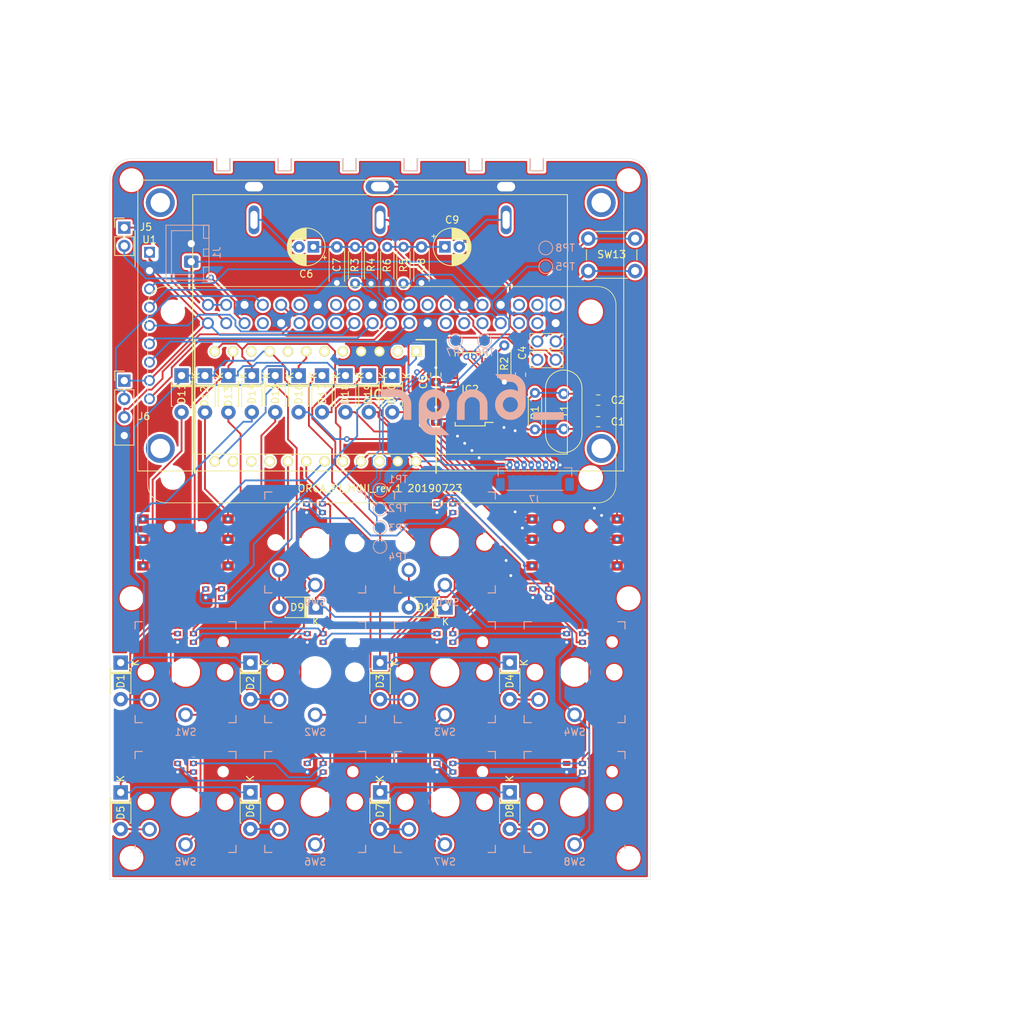
<source format=kicad_pcb>
(kicad_pcb (version 20171130) (host pcbnew "(5.1.2)-1")
  (layers (0 F.Cu signal) (31 B.Cu signal) (34 B.Paste user) (35 F.Paste user) (36 B.SilkS user) (37 F.SilkS user) (38 B.Mask user) (39 F.Mask user) (44 Edge.Cuts user))
  (net 0 "")
  (net 1 "Net-(C1-Pad1)")
  (net 2 USBGND)
  (net 3 "Net-(C2-Pad1)")
  (net 4 USB5V)
  (net 5 LEFTOUT)
  (net 6 "Net-(C6-Pad1)")
  (net 7 "Net-(C8-Pad1)")
  (net 8 RIGHTOUT)
  (net 9 "Net-(D1-Pad2)")
  (net 10 row1)
  (net 11 "Net-(D2-Pad2)")
  (net 12 row2)
  (net 13 "Net-(D3-Pad2)")
  (net 14 "Net-(D4-Pad2)")
  (net 15 "Net-(D5-Pad2)")
  (net 16 row3)
  (net 17 "Net-(D6-Pad2)")
  (net 18 row4)
  (net 19 "Net-(D7-Pad2)")
  (net 20 "Net-(D8-Pad2)")
  (net 21 row5)
  (net 22 "Net-(D9-Pad2)")
  (net 23 "Net-(D10-Pad2)")
  (net 24 CENTER1)
  (net 25 UP1)
  (net 26 DOWN1)
  (net 27 LEFT1)
  (net 28 RIGHT1)
  (net 29 CENTER2)
  (net 30 UP2)
  (net 31 DOWN2)
  (net 32 LEFT2)
  (net 33 RIGHT2)
  (net 34 LED)
  (net 35 "Net-(D21-Pad1)")
  (net 36 "Net-(D22-Pad1)")
  (net 37 "Net-(D23-Pad1)")
  (net 38 "Net-(D24-Pad1)")
  (net 39 "Net-(D25-Pad1)")
  (net 40 "Net-(D26-Pad1)")
  (net 41 "Net-(D27-Pad1)")
  (net 42 "Net-(D28-Pad1)")
  (net 43 "Net-(D29-Pad1)")
  (net 44 "Net-(D30-Pad1)")
  (net 45 "Net-(D31-Pad1)")
  (net 46 TV-)
  (net 47 TV+)
  (net 48 RUN2)
  (net 49 RUN1)
  (net 50 GPIO13)
  (net 51 GPIO12)
  (net 52 CS)
  (net 53 SCK)
  (net 54 RESET)
  (net 55 MISO)
  (net 56 MOSI)
  (net 57 DC)
  (net 58 "Net-(IC1-Pad10)")
  (net 59 "Net-(IC1-Pad8)")
  (net 60 "Net-(IC1-Pad5)")
  (net 61 "Net-(IC1-Pad3)")
  (net 62 col1)
  (net 63 col2)
  (net 64 col3)
  (net 65 col4)
  (net 66 LEDBK)
  (net 67 "Net-(C3-Pad1)")
  (net 68 "Net-(C4-Pad1)")
  (net 69 4-)
  (net 70 4+)
  (net 71 3-)
  (net 72 3+)
  (net 73 2-)
  (net 74 2+)
  (net 75 1-)
  (net 76 1+)
  (net 77 "Net-(IC2-Pad14)")
  (net 78 USB-)
  (net 79 USB+)
  (module bongorian:bngr (layer B.Cu) (at 148 86.25 180)
    (fp_text reference G*** hide)
    (fp_text value LOGO hide)
  )
  (module Connector_JST:JST_SH_BM08B-SRSS-TB_1x08-1MP_P1.00mm_Vertical (layer B.Cu) (at 144 94)
    (fp_text reference J7 (at 0 3.3) (layer B.SilkS) (effects (justify mirror)))
    (fp_text value EXT_USB)
    (pad 1 smd roundrect (at -3.5 -1.325) (size 0.6 1.55) (layers B.Cu B.Paste B.Mask) (net 4 USB5V))
    (pad 2 smd roundrect (at -2.5 -1.325) (size 0.6 1.55) (layers B.Cu B.Paste B.Mask) (net 74 2+))
    (pad 3 smd roundrect (at -1.5 -1.325) (size 0.6 1.55) (layers B.Cu B.Paste B.Mask) (net 73 2-))
    (pad 4 smd roundrect (at -0.5 -1.325) (size 0.6 1.55) (layers B.Cu B.Paste B.Mask) (net 72 3+))
    (pad 5 smd roundrect (at 0.5 -1.325) (size 0.6 1.55) (layers B.Cu B.Paste B.Mask) (net 71 3-))
    (pad 6 smd roundrect (at 1.5 -1.325) (size 0.6 1.55) (layers B.Cu B.Paste B.Mask) (net 70 4+))
    (pad 7 smd roundrect (at 2.5 -1.325) (size 0.6 1.55) (layers B.Cu B.Paste B.Mask) (net 69 4-))
    (pad 8 smd roundrect (at 3.5 -1.325) (size 0.6 1.55) (layers B.Cu B.Paste B.Mask) (net 2 USBGND))
    (pad MP smd roundrect (at -4.8 1.2) (size 1.2 1.8) (layers B.Cu B.Paste B.Mask) (roundrect_rratio 0.208333))
    (pad MP smd roundrect (at 4.8 1.2) (size 1.2 1.8) (layers B.Cu B.Paste B.Mask) (roundrect_rratio 0.208333))
  )
  (module Display:CR2013-MI2120 (layer F.Cu) (at 90.5 63)
    (fp_text reference U1 (at 0 -1.75) (layer F.SilkS))
    (fp_text value CR2013-MI2120)
    (pad "" thru_hole circle (at 1.5 27.21) (size 4 4) (drill 2.7) (layers *.Cu *.Mask))
    (pad "" thru_hole circle (at 62.7 27.21) (size 4 4) (drill 2.7) (layers *.Cu *.Mask))
    (pad "" thru_hole circle (at 62.7 -6.89) (size 4 4) (drill 2.7) (layers *.Cu *.Mask))
    (pad "" thru_hole circle (at 1.5 -6.89) (size 4 4) (drill 2.7) (layers *.Cu *.Mask))
    (pad 9 thru_hole circle (at 0 20.32) (size 1.5 1.5) (drill 1) (layers *.Cu *.Mask) (net 55 MISO))
    (pad 8 thru_hole circle (at 0 17.78) (size 1.5 1.5) (drill 1) (layers *.Cu *.Mask) (net 34 LED))
    (pad 7 thru_hole circle (at 0 15.24) (size 1.5 1.5) (drill 1) (layers *.Cu *.Mask) (net 53 SCK))
    (pad 6 thru_hole circle (at 0 12.7) (size 1.5 1.5) (drill 1) (layers *.Cu *.Mask) (net 56 MOSI))
    (pad 5 thru_hole circle (at 0 10.16) (size 1.5 1.5) (drill 1) (layers *.Cu *.Mask) (net 57 DC))
    (pad 4 thru_hole circle (at 0 7.62) (size 1.5 1.5) (drill 1) (layers *.Cu *.Mask) (net 54 RESET))
    (pad 3 thru_hole circle (at 0 5.08) (size 1.5 1.5) (drill 1) (layers *.Cu *.Mask) (net 52 CS))
    (pad 2 thru_hole circle (at 0 2.54) (size 1.5 1.5) (drill 1) (layers *.Cu *.Mask) (net 2 USBGND))
    (pad 1 thru_hole rect (at 0 0) (size 1.5 1.5) (drill 1) (layers *.Cu *.Mask) (net 34 LED))
  )
  (module bongorian:RASPBERRYPIZEROWV13 (layer F.Cu) (at 122.5 82.75)
    (fp_text reference IC1 (at 0 0) (layer F.SilkS) (effects (font (size 1.27 1.27) (thickness 0.254))))
    (fp_text value "Raspberry_Pi_Zero_W_(v1.3)" hide)
    (pad MH4 np_thru_hole circle (at 29.245 -11.5) (size 2.8 0) (drill 2.8) (layers *.Cu *.Mask))
    (pad MH3 np_thru_hole circle (at 29.245 11.5) (size 2.8 0) (drill 2.8) (layers *.Cu *.Mask))
    (pad MH2 np_thru_hole circle (at -28.755 11.5) (size 2.8 0) (drill 2.8) (layers *.Cu *.Mask))
    (pad MH1 np_thru_hole circle (at -28.755 -11.5) (size 2.8 0) (drill 2.8) (layers *.Cu *.Mask))
    (pad 44 thru_hole circle (at 24.375 -4.84) (size 1.665 1.665) (drill 1.11) (layers *.Cu *.Mask) (net 46 TV-))
    (pad 43 thru_hole circle (at 21.835 -4.84) (size 1.665 1.665) (drill 1.11) (layers *.Cu *.Mask) (net 47 TV+))
    (pad 42 thru_hole circle (at 21.835 -7.38) (size 1.665 1.665) (drill 1.11) (layers *.Cu *.Mask) (net 48 RUN2))
    (pad 41 thru_hole circle (at 24.375 -7.38) (size 1.665 1.665) (drill 1.11) (layers *.Cu *.Mask) (net 49 RUN1))
    (pad 40 thru_hole circle (at 24.375 -12.46) (size 1.665 1.665) (drill 1.11) (layers *.Cu *.Mask))
    (pad 39 thru_hole circle (at 24.375 -9.92) (size 1.665 1.665) (drill 1.11) (layers *.Cu *.Mask) (net 2 USBGND))
    (pad 38 thru_hole circle (at 21.835 -12.46) (size 1.665 1.665) (drill 1.11) (layers *.Cu *.Mask))
    (pad 37 thru_hole circle (at 21.835 -9.92) (size 1.665 1.665) (drill 1.11) (layers *.Cu *.Mask))
    (pad 36 thru_hole circle (at 19.295 -12.46) (size 1.665 1.665) (drill 1.11) (layers *.Cu *.Mask))
    (pad 35 thru_hole circle (at 19.295 -9.92) (size 1.665 1.665) (drill 1.11) (layers *.Cu *.Mask))
    (pad 34 thru_hole circle (at 16.755 -12.46) (size 1.665 1.665) (drill 1.11) (layers *.Cu *.Mask) (net 2 USBGND))
    (pad 33 thru_hole circle (at 16.755 -9.92) (size 1.665 1.665) (drill 1.11) (layers *.Cu *.Mask) (net 50 GPIO13))
    (pad 32 thru_hole circle (at 14.215 -12.46) (size 1.665 1.665) (drill 1.11) (layers *.Cu *.Mask) (net 51 GPIO12))
    (pad 31 thru_hole circle (at 14.215 -9.92) (size 1.665 1.665) (drill 1.11) (layers *.Cu *.Mask))
    (pad 30 thru_hole circle (at 11.675 -12.46) (size 1.665 1.665) (drill 1.11) (layers *.Cu *.Mask) (net 2 USBGND))
    (pad 29 thru_hole circle (at 11.675 -9.92) (size 1.665 1.665) (drill 1.11) (layers *.Cu *.Mask))
    (pad 28 thru_hole circle (at 9.135 -12.46) (size 1.665 1.665) (drill 1.11) (layers *.Cu *.Mask))
    (pad 27 thru_hole circle (at 9.135 -9.92) (size 1.665 1.665) (drill 1.11) (layers *.Cu *.Mask))
    (pad 26 thru_hole circle (at 6.595 -12.46) (size 1.665 1.665) (drill 1.11) (layers *.Cu *.Mask))
    (pad 25 thru_hole circle (at 6.595 -9.92) (size 1.665 1.665) (drill 1.11) (layers *.Cu *.Mask) (net 2 USBGND))
    (pad 24 thru_hole circle (at 4.055 -12.46) (size 1.665 1.665) (drill 1.11) (layers *.Cu *.Mask) (net 52 CS))
    (pad 23 thru_hole circle (at 4.055 -9.92) (size 1.665 1.665) (drill 1.11) (layers *.Cu *.Mask) (net 53 SCK))
    (pad 22 thru_hole circle (at 1.515 -12.46) (size 1.665 1.665) (drill 1.11) (layers *.Cu *.Mask) (net 54 RESET))
    (pad 21 thru_hole circle (at 1.515 -9.92) (size 1.665 1.665) (drill 1.11) (layers *.Cu *.Mask) (net 55 MISO))
    (pad 20 thru_hole circle (at -1.025 -12.46) (size 1.665 1.665) (drill 1.11) (layers *.Cu *.Mask) (net 2 USBGND))
    (pad 19 thru_hole circle (at -1.025 -9.92) (size 1.665 1.665) (drill 1.11) (layers *.Cu *.Mask) (net 56 MOSI))
    (pad 18 thru_hole circle (at -3.565 -12.46) (size 1.665 1.665) (drill 1.11) (layers *.Cu *.Mask) (net 57 DC))
    (pad 17 thru_hole circle (at -3.565 -9.92) (size 1.665 1.665) (drill 1.11) (layers *.Cu *.Mask) (net 34 LED))
    (pad 16 thru_hole circle (at -6.105 -12.46) (size 1.665 1.665) (drill 1.11) (layers *.Cu *.Mask))
    (pad 15 thru_hole circle (at -6.105 -9.92) (size 1.665 1.665) (drill 1.11) (layers *.Cu *.Mask))
    (pad 14 thru_hole circle (at -8.645 -12.46) (size 1.665 1.665) (drill 1.11) (layers *.Cu *.Mask) (net 2 USBGND))
    (pad 13 thru_hole circle (at -8.645 -9.92) (size 1.665 1.665) (drill 1.11) (layers *.Cu *.Mask))
    (pad 12 thru_hole circle (at -11.185 -12.46) (size 1.665 1.665) (drill 1.11) (layers *.Cu *.Mask))
    (pad 11 thru_hole circle (at -11.185 -9.92) (size 1.665 1.665) (drill 1.11) (layers *.Cu *.Mask))
    (pad 10 thru_hole circle (at -13.725 -12.46) (size 1.665 1.665) (drill 1.11) (layers *.Cu *.Mask) (net 58 "Net-(IC1-Pad10)"))
    (pad 9 thru_hole circle (at -13.725 -9.92) (size 1.665 1.665) (drill 1.11) (layers *.Cu *.Mask) (net 2 USBGND))
    (pad 8 thru_hole circle (at -16.265 -12.46) (size 1.665 1.665) (drill 1.11) (layers *.Cu *.Mask) (net 59 "Net-(IC1-Pad8)"))
    (pad 7 thru_hole circle (at -16.265 -9.92) (size 1.665 1.665) (drill 1.11) (layers *.Cu *.Mask))
    (pad 6 thru_hole circle (at -18.805 -12.46) (size 1.665 1.665) (drill 1.11) (layers *.Cu *.Mask) (net 2 USBGND))
    (pad 5 thru_hole circle (at -18.805 -9.92) (size 1.665 1.665) (drill 1.11) (layers *.Cu *.Mask) (net 60 "Net-(IC1-Pad5)"))
    (pad 4 thru_hole circle (at -21.345 -12.46) (size 1.665 1.665) (drill 1.11) (layers *.Cu *.Mask) (net 4 USB5V))
    (pad 3 thru_hole circle (at -21.345 -9.92) (size 1.665 1.665) (drill 1.11) (layers *.Cu *.Mask) (net 61 "Net-(IC1-Pad3)"))
    (pad 2 thru_hole circle (at -23.885 -12.46) (size 1.665 1.665) (drill 1.11) (layers *.Cu *.Mask) (net 4 USB5V))
    (pad 1 thru_hole circle (at -23.885 -9.92) (size 1.665 1.665) (drill 1.11) (layers *.Cu *.Mask) (net 34 LED))
  )
  (module bongorian:RCA_RJ2410N (layer B.Cu) (at 122.5 50 180)
    (fp_text reference J2)
    (fp_text value VIDEO)
    (pad 2 thru_hole oval (at 0 -3.9 180) (size 4 2) (drill oval 2.5 1.3) (layers *.Cu *.Mask) (net 46 TV-))
    (pad 1 thru_hole oval (at 0 -8.5 90) (size 4 1.5) (drill oval 2.5 1) (layers *.Cu *.Mask) (net 47 TV+))
  )
  (module Capacitor_SMD:C_0805_2012Metric_Pad1.15x1.40mm_HandSolder (layer F.Cu) (at 152.775 86.5)
    (fp_text reference C1 (at 2.725 0) (layer F.SilkS))
    (fp_text value 22p)
    (pad 1 smd roundrect (at -1.025 0) (size 1.15 1.4) (layers F.Cu F.Paste F.Mask) (roundrect_rratio 0.217391) (net 1 "Net-(C1-Pad1)"))
    (pad 2 smd roundrect (at 1.025 0) (size 1.15 1.4) (layers F.Cu F.Paste F.Mask) (roundrect_rratio 0.217391) (net 2 USBGND))
  )
  (module Capacitor_SMD:C_0805_2012Metric_Pad1.15x1.40mm_HandSolder (layer F.Cu) (at 152.775 83.5)
    (fp_text reference C2 (at 2.725 0) (layer F.SilkS))
    (fp_text value 22p)
    (pad 2 smd roundrect (at 1.025 0) (size 1.15 1.4) (layers F.Cu F.Paste F.Mask) (roundrect_rratio 0.217391) (net 2 USBGND))
    (pad 1 smd roundrect (at -1.025 0) (size 1.15 1.4) (layers F.Cu F.Paste F.Mask) (roundrect_rratio 0.217391) (net 3 "Net-(C2-Pad1)"))
  )
  (module Capacitor_SMD:C_0805_2012Metric_Pad1.15x1.40mm_HandSolder (layer F.Cu) (at 130.25 85.475 90)
    (fp_text reference C3 (at -1.025 -1.75 90) (layer F.SilkS))
    (fp_text value 10u)
    (pad 2 smd roundrect (at 1.025 0 90) (size 1.15 1.4) (layers F.Cu F.Paste F.Mask) (roundrect_rratio 0.217391) (net 2 USBGND))
    (pad 1 smd roundrect (at -1.025 0 90) (size 1.15 1.4) (layers F.Cu F.Paste F.Mask) (roundrect_rratio 0.217391) (net 67 "Net-(C3-Pad1)"))
  )
  (module Capacitor_SMD:C_0805_2012Metric_Pad1.15x1.40mm_HandSolder (layer F.Cu) (at 142 79.975 270)
    (fp_text reference C4 (at -3.025 -0.25 90) (layer F.SilkS))
    (fp_text value 10u)
    (pad 1 smd roundrect (at -1.025 0 270) (size 1.15 1.4) (layers F.Cu F.Paste F.Mask) (roundrect_rratio 0.217391) (net 68 "Net-(C4-Pad1)"))
    (pad 2 smd roundrect (at 1.025 0 270) (size 1.15 1.4) (layers F.Cu F.Paste F.Mask) (roundrect_rratio 0.217391) (net 2 USBGND))
  )
  (module Capacitor_SMD:C_0805_2012Metric_Pad1.15x1.40mm_HandSolder (layer F.Cu) (at 130.25 79.975 90)
    (fp_text reference C5 (at -1.025 -1.75 90) (layer F.SilkS))
    (fp_text value 10u)
    (pad 1 smd roundrect (at -1.025 0 90) (size 1.15 1.4) (layers F.Cu F.Paste F.Mask) (roundrect_rratio 0.217391) (net 4 USB5V))
    (pad 2 smd roundrect (at 1.025 0 90) (size 1.15 1.4) (layers F.Cu F.Paste F.Mask) (roundrect_rratio 0.217391) (net 2 USBGND))
  )
  (module Capacitor_THT:CP_Radial_D5.0mm_P2.00mm (layer F.Cu) (at 113.25 62.25 180)
    (fp_text reference C6 (at 1 -3.75) (layer F.SilkS))
    (fp_text value 10u)
    (pad 2 thru_hole circle (at 2 0 180) (size 1.6 1.6) (drill 0.8) (layers *.Cu *.Mask) (net 5 LEFTOUT))
    (pad 1 thru_hole rect (at 0 0 180) (size 1.6 1.6) (drill 0.8) (layers *.Cu *.Mask) (net 6 "Net-(C6-Pad1)"))
  )
  (module Capacitor_THT:C_Disc_D4.3mm_W1.9mm_P5.00mm (layer F.Cu) (at 116.5 62.25 270)
    (fp_text reference C7 (at 2.5 0 90) (layer F.SilkS))
    (fp_text value 33n)
    (pad 1 thru_hole circle (at 0 0 270) (size 1.6 1.6) (drill 0.8) (layers *.Cu *.Mask) (net 6 "Net-(C6-Pad1)"))
    (pad 2 thru_hole circle (at 5 0 270) (size 1.6 1.6) (drill 0.8) (layers *.Cu *.Mask) (net 2 USBGND))
  )
  (module Capacitor_THT:C_Disc_D4.3mm_W1.9mm_P5.00mm (layer F.Cu) (at 128.25 62.25 270)
    (fp_text reference C8 (at 2.5 0.024999 90) (layer F.SilkS))
    (fp_text value 33n)
    (pad 2 thru_hole circle (at 5 0 270) (size 1.6 1.6) (drill 0.8) (layers *.Cu *.Mask) (net 2 USBGND))
    (pad 1 thru_hole circle (at 0 0 270) (size 1.6 1.6) (drill 0.8) (layers *.Cu *.Mask) (net 7 "Net-(C8-Pad1)"))
  )
  (module Capacitor_THT:CP_Radial_D5.0mm_P2.00mm (layer F.Cu) (at 131.5 62.25)
    (fp_text reference C9 (at 1 -3.75) (layer F.SilkS))
    (fp_text value 10u)
    (pad 1 thru_hole rect (at 0 0) (size 1.6 1.6) (drill 0.8) (layers *.Cu *.Mask) (net 7 "Net-(C8-Pad1)"))
    (pad 2 thru_hole circle (at 2 0) (size 1.6 1.6) (drill 0.8) (layers *.Cu *.Mask) (net 8 RIGHTOUT))
  )
  (module Diode_THT:D_T-1_P5.08mm_Horizontal (layer F.Cu) (at 86.5 119.92 270)
    (fp_text reference D1 (at 2.58 0 90) (layer F.SilkS))
    (fp_text value D_Small)
    (fp_text user K (at 0 -2 90) (layer F.SilkS))
    (pad 2 thru_hole oval (at 5.08 0 270) (size 2 2) (drill 1) (layers *.Cu *.Mask) (net 9 "Net-(D1-Pad2)"))
    (pad 1 thru_hole rect (at 0 0 270) (size 2 2) (drill 1) (layers *.Cu *.Mask) (net 10 row1))
  )
  (module Diode_THT:D_T-1_P5.08mm_Horizontal (layer F.Cu) (at 104.5 119.92 270)
    (fp_text reference D2 (at 2.83 0 90) (layer F.SilkS))
    (fp_text value D_Small)
    (fp_text user K (at 0 -2 90) (layer F.SilkS))
    (pad 1 thru_hole rect (at 0 0 270) (size 2 2) (drill 1) (layers *.Cu *.Mask) (net 10 row1))
    (pad 2 thru_hole oval (at 5.08 0 270) (size 2 2) (drill 1) (layers *.Cu *.Mask) (net 11 "Net-(D2-Pad2)"))
  )
  (module Diode_THT:D_T-1_P5.08mm_Horizontal (layer F.Cu) (at 122.5 119.92 270)
    (fp_text reference D3 (at 2.58 0 90) (layer F.SilkS))
    (fp_text value D_Small)
    (fp_text user K (at 0 -2 90) (layer F.SilkS))
    (pad 1 thru_hole rect (at 0 0 270) (size 2 2) (drill 1) (layers *.Cu *.Mask) (net 12 row2))
    (pad 2 thru_hole oval (at 5.08 0 270) (size 2 2) (drill 1) (layers *.Cu *.Mask) (net 13 "Net-(D3-Pad2)"))
  )
  (module Diode_THT:D_T-1_P5.08mm_Horizontal (layer F.Cu) (at 140.5 119.92 270)
    (fp_text reference D4 (at 2.58 0 90) (layer F.SilkS))
    (fp_text value D_Small)
    (fp_text user K (at 0 -2 90) (layer F.SilkS))
    (pad 1 thru_hole rect (at 0 0 270) (size 2 2) (drill 1) (layers *.Cu *.Mask) (net 12 row2))
    (pad 2 thru_hole oval (at 5.08 0 270) (size 2 2) (drill 1) (layers *.Cu *.Mask) (net 14 "Net-(D4-Pad2)"))
  )
  (module Diode_THT:D_T-1_P5.08mm_Horizontal (layer F.Cu) (at 86.5 137.92 270)
    (fp_text reference D5 (at 2.83 0 90) (layer F.SilkS))
    (fp_text value D_Small)
    (fp_text user K (at -1.92 0 90) (layer F.SilkS))
    (pad 2 thru_hole oval (at 5.08 0 270) (size 2 2) (drill 1) (layers *.Cu *.Mask) (net 15 "Net-(D5-Pad2)"))
    (pad 1 thru_hole rect (at 0 0 270) (size 2 2) (drill 1) (layers *.Cu *.Mask) (net 16 row3))
  )
  (module Diode_THT:D_T-1_P5.08mm_Horizontal (layer F.Cu) (at 104.5 137.92 270)
    (fp_text reference D6 (at 2.54 0 90) (layer F.SilkS))
    (fp_text value D_Small)
    (fp_text user K (at -1.92 0 90) (layer F.SilkS))
    (pad 2 thru_hole oval (at 5.08 0 270) (size 2 2) (drill 1) (layers *.Cu *.Mask) (net 17 "Net-(D6-Pad2)"))
    (pad 1 thru_hole rect (at 0 0 270) (size 2 2) (drill 1) (layers *.Cu *.Mask) (net 16 row3))
  )
  (module Diode_THT:D_T-1_P5.08mm_Horizontal (layer F.Cu) (at 122.5 137.92 270)
    (fp_text reference D7 (at 2.54 0 90) (layer F.SilkS))
    (fp_text value D_Small)
    (fp_text user K (at -1.92 0 90) (layer F.SilkS))
    (pad 1 thru_hole rect (at 0 0 270) (size 2 2) (drill 1) (layers *.Cu *.Mask) (net 18 row4))
    (pad 2 thru_hole oval (at 5.08 0 270) (size 2 2) (drill 1) (layers *.Cu *.Mask) (net 19 "Net-(D7-Pad2)"))
  )
  (module Diode_THT:D_T-1_P5.08mm_Horizontal (layer F.Cu) (at 140.5 137.92 270)
    (fp_text reference D8 (at 2.54 0 90) (layer F.SilkS))
    (fp_text value D_Small)
    (fp_text user K (at -1.92 0 90) (layer F.SilkS))
    (pad 1 thru_hole rect (at 0 0 270) (size 2 2) (drill 1) (layers *.Cu *.Mask) (net 18 row4))
    (pad 2 thru_hole oval (at 5.08 0 270) (size 2 2) (drill 1) (layers *.Cu *.Mask) (net 20 "Net-(D8-Pad2)"))
  )
  (module Diode_THT:D_T-1_P5.08mm_Horizontal (layer F.Cu) (at 113.58 112.25 180)
    (fp_text reference D9 (at 2.58 0) (layer F.SilkS))
    (fp_text value D_Small)
    (fp_text user K (at 0 -2) (layer F.SilkS))
    (pad 1 thru_hole rect (at 0 0 180) (size 2 2) (drill 1) (layers *.Cu *.Mask) (net 21 row5))
    (pad 2 thru_hole oval (at 5.08 0 180) (size 2 2) (drill 1) (layers *.Cu *.Mask) (net 22 "Net-(D9-Pad2)"))
  )
  (module Diode_THT:D_T-1_P5.08mm_Horizontal (layer F.Cu) (at 131.58 112.25 180)
    (fp_text reference D10 (at 2.54 0) (layer F.SilkS))
    (fp_text value D_Small)
    (fp_text user K (at 0 -2) (layer F.SilkS))
    (pad 2 thru_hole oval (at 5.08 0 180) (size 2 2) (drill 1) (layers *.Cu *.Mask) (net 23 "Net-(D10-Pad2)"))
    (pad 1 thru_hole rect (at 0 0 180) (size 2 2) (drill 1) (layers *.Cu *.Mask) (net 21 row5))
  )
  (module Diode_THT:D_T-1_P5.08mm_Horizontal (layer F.Cu) (at 94.95 80.1 270)
    (fp_text reference D11 (at 2.5 0 90) (layer F.SilkS))
    (fp_text value D_Small)
    (fp_text user K (at 0 -2 90) (layer F.SilkS))
    (pad 2 thru_hole oval (at 5.08 0 270) (size 2 2) (drill 1) (layers *.Cu *.Mask) (net 24 CENTER1))
    (pad 1 thru_hole rect (at 0 0 270) (size 2 2) (drill 1) (layers *.Cu *.Mask) (net 10 row1))
  )
  (module Diode_THT:D_T-1_P5.08mm_Horizontal (layer F.Cu) (at 98.2 80.1 270)
    (fp_text reference D12 (at 2.854999 0.064999 90) (layer F.SilkS))
    (fp_text value D_Small)
    (fp_text user K (at 0 -2 90) (layer F.SilkS))
    (pad 2 thru_hole oval (at 5.08 0 270) (size 2 2) (drill 1) (layers *.Cu *.Mask) (net 25 UP1))
    (pad 1 thru_hole rect (at 0 0 270) (size 2 2) (drill 1) (layers *.Cu *.Mask) (net 12 row2))
  )
  (module Diode_THT:D_T-1_P5.08mm_Horizontal (layer F.Cu) (at 101.45 80.1 270)
    (fp_text reference D13 (at 2.904999 0.004999 90) (layer F.SilkS))
    (fp_text value D_Small)
    (fp_text user K (at 0 -2 90) (layer F.SilkS))
    (pad 1 thru_hole rect (at 0 0 270) (size 2 2) (drill 1) (layers *.Cu *.Mask) (net 16 row3))
    (pad 2 thru_hole oval (at 5.08 0 270) (size 2 2) (drill 1) (layers *.Cu *.Mask) (net 26 DOWN1))
  )
  (module Diode_THT:D_T-1_P5.08mm_Horizontal (layer F.Cu) (at 104.7 80.1 270)
    (fp_text reference D14 (at 2.5 0 90) (layer F.SilkS))
    (fp_text value D_Small)
    (fp_text user K (at 0 -2 90) (layer F.SilkS))
    (pad 2 thru_hole oval (at 5.08 0 270) (size 2 2) (drill 1) (layers *.Cu *.Mask) (net 27 LEFT1))
    (pad 1 thru_hole rect (at 0 0 270) (size 2 2) (drill 1) (layers *.Cu *.Mask) (net 18 row4))
  )
  (module Diode_THT:D_T-1_P5.08mm_Horizontal (layer F.Cu) (at 107.95 80.1 270)
    (fp_text reference D15 (at 2.5 0 90) (layer F.SilkS))
    (fp_text value D_Small)
    (fp_text user K (at 0 -2 90) (layer F.SilkS))
    (pad 1 thru_hole rect (at 0 0 270) (size 2 2) (drill 1) (layers *.Cu *.Mask) (net 21 row5))
    (pad 2 thru_hole oval (at 5.08 0 270) (size 2 2) (drill 1) (layers *.Cu *.Mask) (net 28 RIGHT1))
  )
  (module Diode_THT:D_T-1_P5.08mm_Horizontal (layer F.Cu) (at 111.2 80.1 270)
    (fp_text reference D16 (at 2.54 0 90) (layer F.SilkS))
    (fp_text value D_Small)
    (fp_text user K (at 0 -2 90) (layer F.SilkS))
    (pad 1 thru_hole rect (at 0 0 270) (size 2 2) (drill 1) (layers *.Cu *.Mask) (net 10 row1))
    (pad 2 thru_hole oval (at 5.08 0 270) (size 2 2) (drill 1) (layers *.Cu *.Mask) (net 29 CENTER2))
  )
  (module Diode_THT:D_T-1_P5.08mm_Horizontal (layer F.Cu) (at 114.45 80.1 270)
    (fp_text reference D17 (at 2.54 -0.045001 90) (layer F.SilkS))
    (fp_text value D_Small)
    (fp_text user K (at 0 -2 90) (layer F.SilkS))
    (pad 2 thru_hole oval (at 5.08 0 270) (size 2 2) (drill 1) (layers *.Cu *.Mask) (net 30 UP2))
    (pad 1 thru_hole rect (at 0 0 270) (size 2 2) (drill 1) (layers *.Cu *.Mask) (net 12 row2))
  )
  (module Diode_THT:D_T-1_P5.08mm_Horizontal (layer F.Cu) (at 117.7 80.1 270)
    (fp_text reference D18 (at 2.54 0.064999 90) (layer F.SilkS))
    (fp_text value D_Small)
    (fp_text user K (at 0 -2 90) (layer F.SilkS))
    (pad 2 thru_hole oval (at 5.08 0 270) (size 2 2) (drill 1) (layers *.Cu *.Mask) (net 31 DOWN2))
    (pad 1 thru_hole rect (at 0 0 270) (size 2 2) (drill 1) (layers *.Cu *.Mask) (net 16 row3))
  )
  (module Diode_THT:D_T-1_P5.08mm_Horizontal (layer F.Cu) (at 120.95 80.1 270)
    (fp_text reference D19 (at 2.544999 0.104999 90) (layer F.SilkS))
    (fp_text value D_Small)
    (fp_text user K (at 0 -2 90) (layer F.SilkS))
    (pad 2 thru_hole oval (at 5.08 0 270) (size 2 2) (drill 1) (layers *.Cu *.Mask) (net 32 LEFT2))
    (pad 1 thru_hole rect (at 0 0 270) (size 2 2) (drill 1) (layers *.Cu *.Mask) (net 18 row4))
  )
  (module Diode_THT:D_T-1_P5.08mm_Horizontal (layer F.Cu) (at 124.2 80.1 270)
    (fp_text reference D20 (at 2.54 0.064999 90) (layer F.SilkS))
    (fp_text value D_Small)
    (fp_text user K (at 0 -2 90) (layer F.SilkS))
    (pad 1 thru_hole rect (at 0 0 270) (size 2 2) (drill 1) (layers *.Cu *.Mask) (net 21 row5))
    (pad 2 thru_hole oval (at 5.08 0 270) (size 2 2) (drill 1) (layers *.Cu *.Mask) (net 33 RIGHT2))
  )
  (module bongorian:2812B-2020 (layer F.Cu) (at 99.4 110.3 180)
    (fp_text reference D21)
    (fp_text value 2812B-2020)
    (pad 4 smd rect (at -1.1 0.6 180) (size 1 0.7) (layers F.Cu F.Paste F.Mask) (net 4 USB5V))
    (pad 3 smd rect (at -1.1 -0.6 180) (size 1 0.7) (layers F.Cu F.Paste F.Mask) (net 66 LEDBK))
    (pad 2 smd rect (at 1.1 -0.6 180) (size 1 0.7) (layers F.Cu F.Paste F.Mask) (net 2 USBGND))
    (pad 1 smd rect (at 1.1 0.6 180) (size 1 0.7) (layers F.Cu F.Paste F.Mask) (net 35 "Net-(D21-Pad1)"))
  )
  (module bongorian:2812B-2020 (layer F.Cu) (at 113.4 98.5 180)
    (fp_text reference D22)
    (fp_text value 2812B-2020)
    (pad 1 smd rect (at 1.1 0.6 180) (size 1 0.7) (layers F.Cu F.Paste F.Mask) (net 36 "Net-(D22-Pad1)"))
    (pad 2 smd rect (at 1.1 -0.6 180) (size 1 0.7) (layers F.Cu F.Paste F.Mask) (net 2 USBGND))
    (pad 3 smd rect (at -1.1 -0.6 180) (size 1 0.7) (layers F.Cu F.Paste F.Mask) (net 35 "Net-(D21-Pad1)"))
    (pad 4 smd rect (at -1.1 0.6 180) (size 1 0.7) (layers F.Cu F.Paste F.Mask) (net 4 USB5V))
  )
  (module bongorian:2812B-2020 (layer F.Cu) (at 131.5 98.5 180)
    (fp_text reference D23)
    (fp_text value 2812B-2020)
    (pad 1 smd rect (at 1.1 0.6 180) (size 1 0.7) (layers F.Cu F.Paste F.Mask) (net 37 "Net-(D23-Pad1)"))
    (pad 2 smd rect (at 1.1 -0.6 180) (size 1 0.7) (layers F.Cu F.Paste F.Mask) (net 2 USBGND))
    (pad 3 smd rect (at -1.1 -0.6 180) (size 1 0.7) (layers F.Cu F.Paste F.Mask) (net 36 "Net-(D22-Pad1)"))
    (pad 4 smd rect (at -1.1 0.6 180) (size 1 0.7) (layers F.Cu F.Paste F.Mask) (net 4 USB5V))
  )
  (module bongorian:2812B-2020 (layer F.Cu) (at 144.8 110.3 180)
    (fp_text reference D24)
    (fp_text value 2812B-2020)
    (pad 4 smd rect (at -1.1 0.6 180) (size 1 0.7) (layers F.Cu F.Paste F.Mask) (net 4 USB5V))
    (pad 3 smd rect (at -1.1 -0.6 180) (size 1 0.7) (layers F.Cu F.Paste F.Mask) (net 37 "Net-(D23-Pad1)"))
    (pad 2 smd rect (at 1.1 -0.6 180) (size 1 0.7) (layers F.Cu F.Paste F.Mask) (net 2 USBGND))
    (pad 1 smd rect (at 1.1 0.6 180) (size 1 0.7) (layers F.Cu F.Paste F.Mask) (net 38 "Net-(D24-Pad1)"))
  )
  (module bongorian:2812B-2020 (layer F.Cu) (at 149.5 116.5 180)
    (fp_text reference D25)
    (fp_text value 2812B-2020)
    (pad 1 smd rect (at 1.1 0.6 180) (size 1 0.7) (layers F.Cu F.Paste F.Mask) (net 39 "Net-(D25-Pad1)"))
    (pad 2 smd rect (at 1.1 -0.6 180) (size 1 0.7) (layers F.Cu F.Paste F.Mask) (net 2 USBGND))
    (pad 3 smd rect (at -1.1 -0.6 180) (size 1 0.7) (layers F.Cu F.Paste F.Mask) (net 38 "Net-(D24-Pad1)"))
    (pad 4 smd rect (at -1.1 0.6 180) (size 1 0.7) (layers F.Cu F.Paste F.Mask) (net 4 USB5V))
  )
  (module bongorian:2812B-2020 (layer F.Cu) (at 131.5 116.5 180)
    (fp_text reference D26)
    (fp_text value 2812B-2020)
    (pad 4 smd rect (at -1.1 0.6 180) (size 1 0.7) (layers F.Cu F.Paste F.Mask) (net 4 USB5V))
    (pad 3 smd rect (at -1.1 -0.6 180) (size 1 0.7) (layers F.Cu F.Paste F.Mask) (net 39 "Net-(D25-Pad1)"))
    (pad 2 smd rect (at 1.1 -0.6 180) (size 1 0.7) (layers F.Cu F.Paste F.Mask) (net 2 USBGND))
    (pad 1 smd rect (at 1.1 0.6 180) (size 1 0.7) (layers F.Cu F.Paste F.Mask) (net 40 "Net-(D26-Pad1)"))
  )
  (module bongorian:2812B-2020 (layer F.Cu) (at 113.5 116.5 180)
    (fp_text reference D27)
    (fp_text value 2812B-2020)
    (pad 1 smd rect (at 1.1 0.6 180) (size 1 0.7) (layers F.Cu F.Paste F.Mask) (net 41 "Net-(D27-Pad1)"))
    (pad 2 smd rect (at 1.1 -0.6 180) (size 1 0.7) (layers F.Cu F.Paste F.Mask) (net 2 USBGND))
    (pad 3 smd rect (at -1.1 -0.6 180) (size 1 0.7) (layers F.Cu F.Paste F.Mask) (net 40 "Net-(D26-Pad1)"))
    (pad 4 smd rect (at -1.1 0.6 180) (size 1 0.7) (layers F.Cu F.Paste F.Mask) (net 4 USB5V))
  )
  (module bongorian:2812B-2020 (layer F.Cu) (at 95.5 116.5 180)
    (fp_text reference D28)
    (fp_text value 2812B-2020)
    (pad 4 smd rect (at -1.1 0.6 180) (size 1 0.7) (layers F.Cu F.Paste F.Mask) (net 4 USB5V))
    (pad 3 smd rect (at -1.1 -0.6 180) (size 1 0.7) (layers F.Cu F.Paste F.Mask) (net 41 "Net-(D27-Pad1)"))
    (pad 2 smd rect (at 1.1 -0.6 180) (size 1 0.7) (layers F.Cu F.Paste F.Mask) (net 2 USBGND))
    (pad 1 smd rect (at 1.1 0.6 180) (size 1 0.7) (layers F.Cu F.Paste F.Mask) (net 42 "Net-(D28-Pad1)"))
  )
  (module bongorian:2812B-2020 (layer F.Cu) (at 95.5 134.5 180)
    (fp_text reference D29)
    (fp_text value 2812B-2020)
    (pad 1 smd rect (at 1.1 0.6 180) (size 1 0.7) (layers F.Cu F.Paste F.Mask) (net 43 "Net-(D29-Pad1)"))
    (pad 2 smd rect (at 1.1 -0.6 180) (size 1 0.7) (layers F.Cu F.Paste F.Mask) (net 2 USBGND))
    (pad 3 smd rect (at -1.1 -0.6 180) (size 1 0.7) (layers F.Cu F.Paste F.Mask) (net 42 "Net-(D28-Pad1)"))
    (pad 4 smd rect (at -1.1 0.6 180) (size 1 0.7) (layers F.Cu F.Paste F.Mask) (net 4 USB5V))
  )
  (module bongorian:2812B-2020 (layer F.Cu) (at 113.5 134.5 180)
    (fp_text reference D30)
    (fp_text value 2812B-2020)
    (pad 4 smd rect (at -1.1 0.6 180) (size 1 0.7) (layers F.Cu F.Paste F.Mask) (net 4 USB5V))
    (pad 3 smd rect (at -1.1 -0.6 180) (size 1 0.7) (layers F.Cu F.Paste F.Mask) (net 43 "Net-(D29-Pad1)"))
    (pad 2 smd rect (at 1.1 -0.6 180) (size 1 0.7) (layers F.Cu F.Paste F.Mask) (net 2 USBGND))
    (pad 1 smd rect (at 1.1 0.6 180) (size 1 0.7) (layers F.Cu F.Paste F.Mask) (net 44 "Net-(D30-Pad1)"))
  )
  (module bongorian:2812B-2020 (layer F.Cu) (at 131.5 134.5 180)
    (fp_text reference D31)
    (fp_text value 2812B-2020)
    (pad 1 smd rect (at 1.1 0.6 180) (size 1 0.7) (layers F.Cu F.Paste F.Mask) (net 45 "Net-(D31-Pad1)"))
    (pad 2 smd rect (at 1.1 -0.6 180) (size 1 0.7) (layers F.Cu F.Paste F.Mask) (net 2 USBGND))
    (pad 3 smd rect (at -1.1 -0.6 180) (size 1 0.7) (layers F.Cu F.Paste F.Mask) (net 44 "Net-(D30-Pad1)"))
    (pad 4 smd rect (at -1.1 0.6 180) (size 1 0.7) (layers F.Cu F.Paste F.Mask) (net 4 USB5V))
  )
  (module bongorian:2812B-2020 (layer F.Cu) (at 149.5 134.5 180)
    (fp_text reference D32)
    (fp_text value 2812B-2020)
    (pad 4 smd rect (at -1.1 0.6 180) (size 1 0.7) (layers F.Cu F.Paste F.Mask) (net 4 USB5V))
    (pad 3 smd rect (at -1.1 -0.6 180) (size 1 0.7) (layers F.Cu F.Paste F.Mask) (net 45 "Net-(D31-Pad1)"))
    (pad 2 smd rect (at 1.1 -0.6 180) (size 1 0.7) (layers F.Cu F.Paste F.Mask) (net 2 USBGND))
    (pad 1 smd rect (at 1.1 0.6 180) (size 1 0.7) (layers F.Cu F.Paste F.Mask))
  )
  (module MountingHole:MountingHole_2.7mm_M2.5 (layer F.Cu) (at 88 53)
    (fp_text reference H1)
    (fp_text value MountingHole)
    (pad 1 np_thru_hole circle (at 0 0) (size 2.7 2.7) (drill 2.7) (layers *.Cu *.Mask))
  )
  (module MountingHole:MountingHole_2.7mm_M2.5 (layer F.Cu) (at 157 53)
    (fp_text reference H2)
    (fp_text value MountingHole)
    (pad 1 np_thru_hole circle (at 0 0) (size 2.7 2.7) (drill 2.7) (layers *.Cu *.Mask))
  )
  (module MountingHole:MountingHole_2.7mm_M2.5 (layer F.Cu) (at 88 111)
    (fp_text reference H3)
    (fp_text value MountingHole)
    (pad 1 np_thru_hole circle (at 0 0) (size 2.7 2.7) (drill 2.7) (layers *.Cu *.Mask))
  )
  (module MountingHole:MountingHole_2.7mm_M2.5 (layer F.Cu) (at 157 111)
    (fp_text reference H4)
    (fp_text value MountingHole)
    (pad 1 np_thru_hole circle (at 0 0) (size 2.7 2.7) (drill 2.7) (layers *.Cu *.Mask))
  )
  (module MountingHole:MountingHole_2.7mm_M2.5 (layer F.Cu) (at 88 147)
    (fp_text reference H5)
    (fp_text value MountingHole)
    (pad 1 np_thru_hole circle (at 0 0) (size 2.7 2.7) (drill 2.7) (layers *.Cu *.Mask))
  )
  (module MountingHole:MountingHole_2.7mm_M2.5 (layer F.Cu) (at 157 147)
    (fp_text reference H6)
    (fp_text value MountingHole)
    (pad 1 np_thru_hole circle (at 0 0) (size 2.7 2.7) (drill 2.7) (layers *.Cu *.Mask))
  )
  (module SamacSys_Parts:DIPS1525W55P254L3325H1250Q24N (layer F.Cu) (at 127.5 76.75 270)
    (fp_text reference IC3)
    (fp_text value DEV-12587 hide)
    (pad 1 thru_hole rect (at 0 0) (size 1.425 1.425) (drill 0.95) (layers *.Cu *.Mask F.SilkS) (net 66 LEDBK))
    (pad 2 thru_hole circle (at 0 2.54) (size 1.425 1.425) (drill 0.95) (layers *.Cu *.Mask F.SilkS))
    (pad 3 thru_hole circle (at 0 5.08) (size 1.425 1.425) (drill 0.95) (layers *.Cu *.Mask F.SilkS) (net 2 USBGND))
    (pad 4 thru_hole circle (at 0 7.62) (size 1.425 1.425) (drill 0.95) (layers *.Cu *.Mask F.SilkS) (net 2 USBGND))
    (pad 5 thru_hole circle (at 0 10.16) (size 1.425 1.425) (drill 0.95) (layers *.Cu *.Mask F.SilkS))
    (pad 6 thru_hole circle (at 0 12.7) (size 1.425 1.425) (drill 0.95) (layers *.Cu *.Mask F.SilkS))
    (pad 7 thru_hole circle (at 0 15.24) (size 1.425 1.425) (drill 0.95) (layers *.Cu *.Mask F.SilkS) (net 10 row1))
    (pad 8 thru_hole circle (at 0 17.78) (size 1.425 1.425) (drill 0.95) (layers *.Cu *.Mask F.SilkS))
    (pad 9 thru_hole circle (at 0 20.32) (size 1.425 1.425) (drill 0.95) (layers *.Cu *.Mask F.SilkS) (net 12 row2))
    (pad 10 thru_hole circle (at 0 22.86) (size 1.425 1.425) (drill 0.95) (layers *.Cu *.Mask F.SilkS))
    (pad 11 thru_hole circle (at 0 25.4) (size 1.425 1.425) (drill 0.95) (layers *.Cu *.Mask F.SilkS) (net 16 row3))
    (pad 12 thru_hole circle (at 0 27.94) (size 1.425 1.425) (drill 0.95) (layers *.Cu *.Mask F.SilkS) (net 18 row4))
    (pad 13 thru_hole circle (at 15.25 27.94) (size 1.425 1.425) (drill 0.95) (layers *.Cu *.Mask F.SilkS) (net 21 row5))
    (pad 14 thru_hole circle (at 15.25 25.4) (size 1.425 1.425) (drill 0.95) (layers *.Cu *.Mask F.SilkS))
    (pad 15 thru_hole circle (at 15.25 22.86) (size 1.425 1.425) (drill 0.95) (layers *.Cu *.Mask F.SilkS))
    (pad 16 thru_hole circle (at 15.25 20.32) (size 1.425 1.425) (drill 0.95) (layers *.Cu *.Mask F.SilkS))
    (pad 17 thru_hole circle (at 15.25 17.78) (size 1.425 1.425) (drill 0.95) (layers *.Cu *.Mask F.SilkS) (net 62 col1))
    (pad 18 thru_hole circle (at 15.25 15.24) (size 1.425 1.425) (drill 0.95) (layers *.Cu *.Mask F.SilkS) (net 63 col2))
    (pad 19 thru_hole circle (at 15.25 12.7) (size 1.425 1.425) (drill 0.95) (layers *.Cu *.Mask F.SilkS) (net 64 col3))
    (pad 20 thru_hole circle (at 15.25 10.16) (size 1.425 1.425) (drill 0.95) (layers *.Cu *.Mask F.SilkS) (net 65 col4))
    (pad 21 thru_hole circle (at 15.25 7.62) (size 1.425 1.425) (drill 0.95) (layers *.Cu *.Mask F.SilkS) (net 4 USB5V))
    (pad 22 thru_hole circle (at 15.25 5.08) (size 1.425 1.425) (drill 0.95) (layers *.Cu *.Mask F.SilkS))
    (pad 23 thru_hole circle (at 15.25 2.54) (size 1.425 1.425) (drill 0.95) (layers *.Cu *.Mask F.SilkS) (net 2 USBGND))
    (pad 24 thru_hole circle (at 15.25 0) (size 1.425 1.425) (drill 0.95) (layers *.Cu *.Mask F.SilkS) (net 4 USB5V))
  )
  (module bongorian:RCA_RJ2410N (layer B.Cu) (at 105 50 180)
    (fp_text reference J3)
    (fp_text value LEFT)
    (pad 2 thru_hole oval (at 0 -3.9 180) (size 4 2) (drill oval 2.5 1.3) (layers *.Cu *.Mask) (net 2 USBGND))
    (pad 1 thru_hole oval (at 0 -8.5 90) (size 4 1.5) (drill oval 2.5 1) (layers *.Cu *.Mask) (net 5 LEFTOUT))
  )
  (module bongorian:RCA_RJ2410N (layer B.Cu) (at 140 50 180)
    (fp_text reference J4)
    (fp_text value RIGHT)
    (pad 1 thru_hole oval (at 0 -8.5 90) (size 4 1.5) (drill oval 2.5 1) (layers *.Cu *.Mask) (net 8 RIGHTOUT))
    (pad 2 thru_hole oval (at 0 -3.9 180) (size 4 2) (drill oval 2.5 1.3) (layers *.Cu *.Mask) (net 2 USBGND))
  )
  (module Connector_PinHeader_2.54mm:PinHeader_1x02_P2.54mm_Vertical (layer F.Cu) (at 87 59.575)
    (fp_text reference J5 (at 3 -0.075) (layer F.SilkS))
    (fp_text value I2C_PI)
    (pad 1 thru_hole rect (at 0 0) (size 1.7 1.7) (drill 1) (layers *.Cu *.Mask) (net 61 "Net-(IC1-Pad3)"))
    (pad 2 thru_hole oval (at 0 2.54) (size 1.7 1.7) (drill 1) (layers *.Cu *.Mask) (net 60 "Net-(IC1-Pad5)"))
  )
  (module Connector_PinHeader_2.54mm:PinHeader_1x04_P2.54mm_Vertical (layer F.Cu) (at 87 80.8)
    (fp_text reference J6 (at 2.75 4.95) (layer F.SilkS))
    (fp_text value UART_PI)
    (pad 1 thru_hole rect (at 0 0) (size 1.7 1.7) (drill 1) (layers *.Cu *.Mask) (net 34 LED))
    (pad 2 thru_hole oval (at 0 2.54) (size 1.7 1.7) (drill 1) (layers *.Cu *.Mask) (net 59 "Net-(IC1-Pad8)"))
    (pad 3 thru_hole oval (at 0 5.08) (size 1.7 1.7) (drill 1) (layers *.Cu *.Mask) (net 58 "Net-(IC1-Pad10)"))
    (pad 4 thru_hole oval (at 0 7.62) (size 1.7 1.7) (drill 1) (layers *.Cu *.Mask) (net 2 USBGND))
  )
  (module Resistor_THT:R_Axial_DIN0204_L3.6mm_D1.6mm_P5.08mm_Horizontal (layer F.Cu) (at 144 82.5 270)
    (fp_text reference R1 (at 2.75 0 90) (layer F.SilkS))
    (fp_text value 1M)
    (pad 2 thru_hole oval (at 5.08 0 270) (size 1.4 1.4) (drill 0.7) (layers *.Cu *.Mask) (net 1 "Net-(C1-Pad1)"))
    (pad 1 thru_hole circle (at 0 0 270) (size 1.4 1.4) (drill 0.7) (layers *.Cu *.Mask) (net 3 "Net-(C2-Pad1)"))
  )
  (module Resistor_THT:R_Axial_DIN0204_L3.6mm_D1.6mm_P5.08mm_Horizontal (layer F.Cu) (at 139.75 75.92 270)
    (fp_text reference R2 (at 2.54 0 90) (layer F.SilkS))
    (fp_text value 2k7)
    (pad 1 thru_hole circle (at 0 0 270) (size 1.4 1.4) (drill 0.7) (layers *.Cu *.Mask) (net 77 "Net-(IC2-Pad14)"))
    (pad 2 thru_hole oval (at 5.08 0 270) (size 1.4 1.4) (drill 0.7) (layers *.Cu *.Mask) (net 2 USBGND))
  )
  (module Resistor_THT:R_Axial_DIN0204_L3.6mm_D1.6mm_P5.08mm_Horizontal (layer F.Cu) (at 119.035 62.25 270)
    (fp_text reference R3 (at 2.54 0.034999 90) (layer F.SilkS))
    (fp_text value 270)
    (pad 1 thru_hole circle (at 0 0 270) (size 1.4 1.4) (drill 0.7) (layers *.Cu *.Mask) (net 6 "Net-(C6-Pad1)"))
    (pad 2 thru_hole oval (at 5.08 0 270) (size 1.4 1.4) (drill 0.7) (layers *.Cu *.Mask) (net 50 GPIO13))
  )
  (module Resistor_THT:R_Axial_DIN0204_L3.6mm_D1.6mm_P5.08mm_Horizontal (layer F.Cu) (at 121.25 62.25 270)
    (fp_text reference R4 (at 2.5 0 90) (layer F.SilkS))
    (fp_text value 150)
    (pad 2 thru_hole oval (at 5.08 0 270) (size 1.4 1.4) (drill 0.7) (layers *.Cu *.Mask) (net 2 USBGND))
    (pad 1 thru_hole circle (at 0 0 270) (size 1.4 1.4) (drill 0.7) (layers *.Cu *.Mask) (net 6 "Net-(C6-Pad1)"))
  )
  (module Resistor_THT:R_Axial_DIN0204_L3.6mm_D1.6mm_P5.08mm_Horizontal (layer F.Cu) (at 125.75 62.25 270)
    (fp_text reference R5 (at 2.54 0 90) (layer F.SilkS))
    (fp_text value 270)
    (pad 2 thru_hole oval (at 5.08 0 270) (size 1.4 1.4) (drill 0.7) (layers *.Cu *.Mask) (net 51 GPIO12))
    (pad 1 thru_hole circle (at 0 0 270) (size 1.4 1.4) (drill 0.7) (layers *.Cu *.Mask) (net 7 "Net-(C8-Pad1)"))
  )
  (module Resistor_THT:R_Axial_DIN0204_L3.6mm_D1.6mm_P5.08mm_Horizontal (layer F.Cu) (at 123.5 62.25 270)
    (fp_text reference R6 (at 2.554999 0.034999 90) (layer F.SilkS))
    (fp_text value 150)
    (pad 1 thru_hole circle (at 0 0 270) (size 1.4 1.4) (drill 0.7) (layers *.Cu *.Mask) (net 7 "Net-(C8-Pad1)"))
    (pad 2 thru_hole oval (at 5.08 0 270) (size 1.4 1.4) (drill 0.7) (layers *.Cu *.Mask) (net 2 USBGND))
  )
  (module keyswitches:PG1350 (layer F.Cu) (at 95.5 121.25)
    (fp_text reference SW1 (at 0 8.3) (layer B.SilkS) (effects (justify mirror)))
    (fp_text value SW_Push)
    (pad "" np_thru_hole circle (at -5.5 0) (size 1.7018 1.7018) (drill 1.7018) (layers *.Cu *.Mask))
    (pad "" np_thru_hole circle (at 5.5 0) (size 1.7018 1.7018) (drill 1.7018) (layers *.Cu *.Mask))
    (pad "" np_thru_hole circle (at 5.22 -4.2) (size 0.9906 0.9906) (drill 0.9906) (layers *.Cu *.Mask))
    (pad 1 thru_hole circle (at 0 5.9) (size 2.032 2.032) (drill 1.27) (layers *.Cu *.Mask) (net 62 col1))
    (pad 2 thru_hole circle (at -5 3.8) (size 2.032 2.032) (drill 1.27) (layers *.Cu *.Mask) (net 9 "Net-(D1-Pad2)"))
    (pad "" np_thru_hole circle (at 0 0) (size 3.429 3.429) (drill 3.429) (layers *.Cu *.Mask))
  )
  (module keyswitches:PG1350 (layer F.Cu) (at 113.5 121.25)
    (fp_text reference SW2 (at 0 8.3) (layer B.SilkS) (effects (justify mirror)))
    (fp_text value SW_Push)
    (pad "" np_thru_hole circle (at 0 0) (size 3.429 3.429) (drill 3.429) (layers *.Cu *.Mask))
    (pad 2 thru_hole circle (at -5 3.8) (size 2.032 2.032) (drill 1.27) (layers *.Cu *.Mask) (net 11 "Net-(D2-Pad2)"))
    (pad 1 thru_hole circle (at 0 5.9) (size 2.032 2.032) (drill 1.27) (layers *.Cu *.Mask) (net 63 col2))
    (pad "" np_thru_hole circle (at 5.22 -4.2) (size 0.9906 0.9906) (drill 0.9906) (layers *.Cu *.Mask))
    (pad "" np_thru_hole circle (at 5.5 0) (size 1.7018 1.7018) (drill 1.7018) (layers *.Cu *.Mask))
    (pad "" np_thru_hole circle (at -5.5 0) (size 1.7018 1.7018) (drill 1.7018) (layers *.Cu *.Mask))
  )
  (module keyswitches:PG1350 (layer F.Cu) (at 131.5 121.25)
    (fp_text reference SW3 (at 0 8.3) (layer B.SilkS) (effects (justify mirror)))
    (fp_text value SW_Push)
    (pad "" np_thru_hole circle (at -5.5 0) (size 1.7018 1.7018) (drill 1.7018) (layers *.Cu *.Mask))
    (pad "" np_thru_hole circle (at 5.5 0) (size 1.7018 1.7018) (drill 1.7018) (layers *.Cu *.Mask))
    (pad "" np_thru_hole circle (at 5.22 -4.2) (size 0.9906 0.9906) (drill 0.9906) (layers *.Cu *.Mask))
    (pad 1 thru_hole circle (at 0 5.9) (size 2.032 2.032) (drill 1.27) (layers *.Cu *.Mask) (net 62 col1))
    (pad 2 thru_hole circle (at -5 3.8) (size 2.032 2.032) (drill 1.27) (layers *.Cu *.Mask) (net 13 "Net-(D3-Pad2)"))
    (pad "" np_thru_hole circle (at 0 0) (size 3.429 3.429) (drill 3.429) (layers *.Cu *.Mask))
  )
  (module keyswitches:PG1350 (layer F.Cu) (at 149.5 121.25)
    (fp_text reference SW4 (at 0 8.3) (layer B.SilkS) (effects (justify mirror)))
    (fp_text value SW_Push)
    (pad "" np_thru_hole circle (at 0 0) (size 3.429 3.429) (drill 3.429) (layers *.Cu *.Mask))
    (pad 2 thru_hole circle (at -5 3.8) (size 2.032 2.032) (drill 1.27) (layers *.Cu *.Mask) (net 14 "Net-(D4-Pad2)"))
    (pad 1 thru_hole circle (at 0 5.9) (size 2.032 2.032) (drill 1.27) (layers *.Cu *.Mask) (net 63 col2))
    (pad "" np_thru_hole circle (at 5.22 -4.2) (size 0.9906 0.9906) (drill 0.9906) (layers *.Cu *.Mask))
    (pad "" np_thru_hole circle (at 5.5 0) (size 1.7018 1.7018) (drill 1.7018) (layers *.Cu *.Mask))
    (pad "" np_thru_hole circle (at -5.5 0) (size 1.7018 1.7018) (drill 1.7018) (layers *.Cu *.Mask))
  )
  (module keyswitches:PG1350 (layer F.Cu) (at 95.5 139.25)
    (fp_text reference SW5 (at 0 8.3) (layer B.SilkS) (effects (justify mirror)))
    (fp_text value SW_Push)
    (pad "" np_thru_hole circle (at -5.5 0) (size 1.7018 1.7018) (drill 1.7018) (layers *.Cu *.Mask))
    (pad "" np_thru_hole circle (at 5.5 0) (size 1.7018 1.7018) (drill 1.7018) (layers *.Cu *.Mask))
    (pad "" np_thru_hole circle (at 5.22 -4.2) (size 0.9906 0.9906) (drill 0.9906) (layers *.Cu *.Mask))
    (pad 1 thru_hole circle (at 0 5.9) (size 2.032 2.032) (drill 1.27) (layers *.Cu *.Mask) (net 62 col1))
    (pad 2 thru_hole circle (at -5 3.8) (size 2.032 2.032) (drill 1.27) (layers *.Cu *.Mask) (net 15 "Net-(D5-Pad2)"))
    (pad "" np_thru_hole circle (at 0 0) (size 3.429 3.429) (drill 3.429) (layers *.Cu *.Mask))
  )
  (module keyswitches:PG1350 (layer F.Cu) (at 113.5 139.25)
    (fp_text reference SW6 (at 0 8.3) (layer B.SilkS) (effects (justify mirror)))
    (fp_text value SW_Push)
    (pad "" np_thru_hole circle (at 0 0) (size 3.429 3.429) (drill 3.429) (layers *.Cu *.Mask))
    (pad 2 thru_hole circle (at -5 3.8) (size 2.032 2.032) (drill 1.27) (layers *.Cu *.Mask) (net 17 "Net-(D6-Pad2)"))
    (pad 1 thru_hole circle (at 0 5.9) (size 2.032 2.032) (drill 1.27) (layers *.Cu *.Mask) (net 63 col2))
    (pad "" np_thru_hole circle (at 5.22 -4.2) (size 0.9906 0.9906) (drill 0.9906) (layers *.Cu *.Mask))
    (pad "" np_thru_hole circle (at 5.5 0) (size 1.7018 1.7018) (drill 1.7018) (layers *.Cu *.Mask))
    (pad "" np_thru_hole circle (at -5.5 0) (size 1.7018 1.7018) (drill 1.7018) (layers *.Cu *.Mask))
  )
  (module keyswitches:PG1350 (layer F.Cu) (at 131.5 139.25)
    (fp_text reference SW7 (at 0 8.3) (layer B.SilkS) (effects (justify mirror)))
    (fp_text value SW_Push)
    (pad "" np_thru_hole circle (at -5.5 0) (size 1.7018 1.7018) (drill 1.7018) (layers *.Cu *.Mask))
    (pad "" np_thru_hole circle (at 5.5 0) (size 1.7018 1.7018) (drill 1.7018) (layers *.Cu *.Mask))
    (pad "" np_thru_hole circle (at 5.22 -4.2) (size 0.9906 0.9906) (drill 0.9906) (layers *.Cu *.Mask))
    (pad 1 thru_hole circle (at 0 5.9) (size 2.032 2.032) (drill 1.27) (layers *.Cu *.Mask) (net 62 col1))
    (pad 2 thru_hole circle (at -5 3.8) (size 2.032 2.032) (drill 1.27) (layers *.Cu *.Mask) (net 19 "Net-(D7-Pad2)"))
    (pad "" np_thru_hole circle (at 0 0) (size 3.429 3.429) (drill 3.429) (layers *.Cu *.Mask))
  )
  (module keyswitches:PG1350 (layer F.Cu) (at 149.5 139.25)
    (fp_text reference SW8 (at 0 8.3) (layer B.SilkS) (effects (justify mirror)))
    (fp_text value SW_Push)
    (pad "" np_thru_hole circle (at 0 0) (size 3.429 3.429) (drill 3.429) (layers *.Cu *.Mask))
    (pad 2 thru_hole circle (at -5 3.8) (size 2.032 2.032) (drill 1.27) (layers *.Cu *.Mask) (net 20 "Net-(D8-Pad2)"))
    (pad 1 thru_hole circle (at 0 5.9) (size 2.032 2.032) (drill 1.27) (layers *.Cu *.Mask) (net 63 col2))
    (pad "" np_thru_hole circle (at 5.22 -4.2) (size 0.9906 0.9906) (drill 0.9906) (layers *.Cu *.Mask))
    (pad "" np_thru_hole circle (at 5.5 0) (size 1.7018 1.7018) (drill 1.7018) (layers *.Cu *.Mask))
    (pad "" np_thru_hole circle (at -5.5 0) (size 1.7018 1.7018) (drill 1.7018) (layers *.Cu *.Mask))
  )
  (module keyswitches:PG1350 (layer F.Cu) (at 113.5 103.25)
    (fp_text reference SW9 (at 0 8.3) (layer B.SilkS) (effects (justify mirror)))
    (fp_text value SW_Push)
    (pad "" np_thru_hole circle (at -5.5 0) (size 1.7018 1.7018) (drill 1.7018) (layers *.Cu *.Mask))
    (pad "" np_thru_hole circle (at 5.5 0) (size 1.7018 1.7018) (drill 1.7018) (layers *.Cu *.Mask))
    (pad "" np_thru_hole circle (at 5.22 -4.2) (size 0.9906 0.9906) (drill 0.9906) (layers *.Cu *.Mask))
    (pad 1 thru_hole circle (at 0 5.9) (size 2.032 2.032) (drill 1.27) (layers *.Cu *.Mask) (net 62 col1))
    (pad 2 thru_hole circle (at -5 3.8) (size 2.032 2.032) (drill 1.27) (layers *.Cu *.Mask) (net 22 "Net-(D9-Pad2)"))
    (pad "" np_thru_hole circle (at 0 0) (size 3.429 3.429) (drill 3.429) (layers *.Cu *.Mask))
  )
  (module keyswitches:PG1350 (layer F.Cu) (at 131.5 103.25)
    (fp_text reference SW10 (at 0 8.3) (layer B.SilkS) (effects (justify mirror)))
    (fp_text value SW_Push)
    (pad "" np_thru_hole circle (at 0 0) (size 3.429 3.429) (drill 3.429) (layers *.Cu *.Mask))
    (pad 2 thru_hole circle (at -5 3.8) (size 2.032 2.032) (drill 1.27) (layers *.Cu *.Mask) (net 23 "Net-(D10-Pad2)"))
    (pad 1 thru_hole circle (at 0 5.9) (size 2.032 2.032) (drill 1.27) (layers *.Cu *.Mask) (net 63 col2))
    (pad "" np_thru_hole circle (at 5.22 -4.2) (size 0.9906 0.9906) (drill 0.9906) (layers *.Cu *.Mask))
    (pad "" np_thru_hole circle (at 5.5 0) (size 1.7018 1.7018) (drill 1.7018) (layers *.Cu *.Mask))
    (pad "" np_thru_hole circle (at -5.5 0) (size 1.7018 1.7018) (drill 1.7018) (layers *.Cu *.Mask))
  )
  (module bongorian:5WAY_SMD_101009 (layer F.Cu) (at 95.5 103.25)
    (fp_text reference SW11)
    (fp_text value LEFT5)
    (pad "" np_thru_hole circle (at 2.2 -2.2) (size 1 1) (drill 1) (layers *.Cu *.Mask))
    (pad "" np_thru_hole circle (at -2.2 -2.2) (size 1 1) (drill 1) (layers *.Cu *.Mask))
    (pad 6 smd rect (at 5.9 -3.25) (size 1.6 1.3) (layers F.Cu F.Paste F.Mask) (net 25 UP1))
    (pad 5 smd rect (at 5.9 -0.45) (size 1.6 1.3) (layers F.Cu F.Paste F.Mask) (net 28 RIGHT1))
    (pad 4 smd rect (at 5.9 3.25) (size 1.6 1.3) (layers F.Cu F.Paste F.Mask) (net 26 DOWN1))
    (pad 3 smd rect (at -5.9 3.25) (size 1.6 1.3) (layers F.Cu F.Paste F.Mask) (net 24 CENTER1))
    (pad 2 smd rect (at -5.9 -0.45) (size 1.6 1.3) (layers F.Cu F.Paste F.Mask) (net 27 LEFT1))
    (pad 1 smd rect (at -5.9 -3.25) (size 1.6 1.3) (layers F.Cu F.Paste F.Mask) (net 64 col3))
  )
  (module bongorian:5WAY_SMD_101009 (layer F.Cu) (at 149.5 103.25)
    (fp_text reference SW12)
    (fp_text value RIGHT5)
    (pad 1 smd rect (at -5.9 -3.25) (size 1.6 1.3) (layers F.Cu F.Paste F.Mask) (net 65 col4))
    (pad 2 smd rect (at -5.9 -0.45) (size 1.6 1.3) (layers F.Cu F.Paste F.Mask) (net 32 LEFT2))
    (pad 3 smd rect (at -5.9 3.25) (size 1.6 1.3) (layers F.Cu F.Paste F.Mask) (net 29 CENTER2))
    (pad 4 smd rect (at 5.9 3.25) (size 1.6 1.3) (layers F.Cu F.Paste F.Mask) (net 31 DOWN2))
    (pad 5 smd rect (at 5.9 -0.45) (size 1.6 1.3) (layers F.Cu F.Paste F.Mask) (net 33 RIGHT2))
    (pad 6 smd rect (at 5.9 -3.25) (size 1.6 1.3) (layers F.Cu F.Paste F.Mask) (net 30 UP2))
    (pad "" np_thru_hole circle (at -2.2 -2.2) (size 1 1) (drill 1) (layers *.Cu *.Mask))
    (pad "" np_thru_hole circle (at 2.2 -2.2) (size 1 1) (drill 1) (layers *.Cu *.Mask))
  )
  (module Button_Switch_THT:SW_PUSH_6mm (layer F.Cu) (at 157.9 65.6 180)
    (fp_text reference SW13 (at 3.25 2.3) (layer F.SilkS))
    (fp_text value RUN)
    (pad 1 thru_hole circle (at 6.5 0 270) (size 2 2) (drill 1.1) (layers *.Cu *.Mask) (net 49 RUN1))
    (pad 2 thru_hole circle (at 6.5 4.5 270) (size 2 2) (drill 1.1) (layers *.Cu *.Mask) (net 48 RUN2))
    (pad 1 thru_hole circle (at 0 0 270) (size 2 2) (drill 1.1) (layers *.Cu *.Mask) (net 49 RUN1))
    (pad 2 thru_hole circle (at 0 4.5 270) (size 2 2) (drill 1.1) (layers *.Cu *.Mask) (net 48 RUN2))
  )
  (module TestPoint:TestPoint_Pad_D1.5mm (layer B.Cu) (at 122.5 96 180)
    (fp_text reference TP1 (at -2.5 1.5) (layer B.SilkS) (effects (justify mirror)))
    (fp_text value 5V)
    (pad 1 smd circle (at 0 0 180) (size 1.5 1.5) (layers B.Cu B.Mask) (net 4 USB5V))
  )
  (module TestPoint:TestPoint_Pad_D1.5mm (layer B.Cu) (at 122.5 98.6 180)
    (fp_text reference TP2 (at -2.5 0.1) (layer B.SilkS) (effects (justify mirror)))
    (fp_text value USB+)
    (pad 1 smd circle (at 0 0 180) (size 1.5 1.5) (layers B.Cu B.Mask) (net 79 USB+))
  )
  (module TestPoint:TestPoint_Pad_D1.5mm (layer B.Cu) (at 122.5 101.2 180)
    (fp_text reference TP3 (at -2.5 -0.05) (layer B.SilkS) (effects (justify mirror)))
    (fp_text value USB-)
    (pad 1 smd circle (at 0 0 180) (size 1.5 1.5) (layers B.Cu B.Mask) (net 78 USB-))
  )
  (module TestPoint:TestPoint_Pad_D1.5mm (layer B.Cu) (at 122.5 103.8 180)
    (fp_text reference TP4 (at -2.5 -1.45) (layer B.SilkS) (effects (justify mirror)))
    (fp_text value USBGND)
    (pad 1 smd circle (at 0 0 180) (size 1.5 1.5) (layers B.Cu B.Mask) (net 2 USBGND))
  )
  (module TestPoint:TestPoint_Pad_D1.5mm (layer B.Cu) (at 145.5 65)
    (fp_text reference TP5 (at 2.7 0) (layer B.SilkS) (effects (justify mirror)))
    (fp_text value 5V)
    (pad 1 smd circle (at 0 0) (size 1.5 1.5) (layers B.Cu B.Mask) (net 4 USB5V))
  )
  (module TestPoint:TestPoint_Pad_D1.5mm (layer B.Cu) (at 137 75.25)
    (fp_text reference TP6 (at 0 1.648) (layer B.SilkS) (effects (justify mirror)))
    (fp_text value 1+)
    (pad 1 smd circle (at 0 0) (size 1.5 1.5) (layers B.Cu B.Mask) (net 76 1+))
  )
  (module TestPoint:TestPoint_Pad_D1.5mm (layer B.Cu) (at 133 75.25)
    (fp_text reference TP7 (at 0 1.648) (layer B.SilkS) (effects (justify mirror)))
    (fp_text value 1-)
    (pad 1 smd circle (at 0 0) (size 1.5 1.5) (layers B.Cu B.Mask) (net 75 1-))
  )
  (module TestPoint:TestPoint_Pad_D1.5mm (layer B.Cu) (at 145.5 62.4)
    (fp_text reference TP8 (at 2.7 0) (layer B.SilkS) (effects (justify mirror)))
    (fp_text value USBGND)
    (pad 1 smd circle (at 0 0) (size 1.5 1.5) (layers B.Cu B.Mask) (net 2 USBGND))
  )
  (module Crystal:Crystal_HC49-4H_Vertical (layer F.Cu) (at 148 87.5 90)
    (fp_text reference Y1 (at 2.44 0.054999 90) (layer F.SilkS))
    (fp_text value 12M)
    (pad 1 thru_hole circle (at 0 0 90) (size 1.5 1.5) (drill 0.8) (layers *.Cu *.Mask) (net 1 "Net-(C1-Pad1)"))
    (pad 2 thru_hole circle (at 4.88 0 90) (size 1.5 1.5) (drill 0.8) (layers *.Cu *.Mask) (net 3 "Net-(C2-Pad1)"))
  )
  (module Package_SO:SSOP-28_3.9x9.9mm_P0.635mm (layer F.Cu) (at 135 82 180)
    (fp_text reference IC2 (at 0 0) (layer F.SilkS))
    (fp_text value FE1.1S)
    (pad 1 smd rect (at -2.6 -4.1275 180) (size 1.2 0.4) (layers F.Cu F.Paste F.Mask) (net 2 USBGND))
    (pad 2 smd rect (at -2.6 -3.4925 180) (size 1.2 0.4) (layers F.Cu F.Paste F.Mask) (net 1 "Net-(C1-Pad1)"))
    (pad 3 smd rect (at -2.6 -2.8575 180) (size 1.2 0.4) (layers F.Cu F.Paste F.Mask) (net 3 "Net-(C2-Pad1)"))
    (pad 4 smd rect (at -2.6 -2.2225 180) (size 1.2 0.4) (layers F.Cu F.Paste F.Mask) (net 69 4-))
    (pad 5 smd rect (at -2.6 -1.5875 180) (size 1.2 0.4) (layers F.Cu F.Paste F.Mask) (net 70 4+))
    (pad 6 smd rect (at -2.6 -0.9525 180) (size 1.2 0.4) (layers F.Cu F.Paste F.Mask) (net 71 3-))
    (pad 7 smd rect (at -2.6 -0.3175 180) (size 1.2 0.4) (layers F.Cu F.Paste F.Mask) (net 72 3+))
    (pad 8 smd rect (at -2.6 0.3175 180) (size 1.2 0.4) (layers F.Cu F.Paste F.Mask) (net 73 2-))
    (pad 9 smd rect (at -2.6 0.9525 180) (size 1.2 0.4) (layers F.Cu F.Paste F.Mask) (net 74 2+))
    (pad 10 smd rect (at -2.6 1.5875 180) (size 1.2 0.4) (layers F.Cu F.Paste F.Mask) (net 75 1-))
    (pad 11 smd rect (at -2.6 2.2225 180) (size 1.2 0.4) (layers F.Cu F.Paste F.Mask) (net 76 1+))
    (pad 12 smd rect (at -2.6 2.8575 180) (size 1.2 0.4) (layers F.Cu F.Paste F.Mask) (net 67 "Net-(C3-Pad1)"))
    (pad 13 smd rect (at -2.6 3.4925 180) (size 1.2 0.4) (layers F.Cu F.Paste F.Mask) (net 68 "Net-(C4-Pad1)"))
    (pad 14 smd rect (at -2.6 4.1275 180) (size 1.2 0.4) (layers F.Cu F.Paste F.Mask) (net 77 "Net-(IC2-Pad14)"))
    (pad 15 smd rect (at 2.6 4.1275 180) (size 1.2 0.4) (layers F.Cu F.Paste F.Mask) (net 78 USB-))
    (pad 16 smd rect (at 2.6 3.4925 180) (size 1.2 0.4) (layers F.Cu F.Paste F.Mask) (net 79 USB+))
    (pad 17 smd rect (at 2.6 2.8575 180) (size 1.2 0.4) (layers F.Cu F.Paste F.Mask) (net 68 "Net-(C4-Pad1)"))
    (pad 18 smd rect (at 2.6 2.2225 180) (size 1.2 0.4) (layers F.Cu F.Paste F.Mask) (net 68 "Net-(C4-Pad1)"))
    (pad 19 smd rect (at 2.6 1.5875 180) (size 1.2 0.4) (layers F.Cu F.Paste F.Mask) (net 68 "Net-(C4-Pad1)"))
    (pad 20 smd rect (at 2.6 0.9525 180) (size 1.2 0.4) (layers F.Cu F.Paste F.Mask) (net 4 USB5V))
    (pad 21 smd rect (at 2.6 0.3175 180) (size 1.2 0.4) (layers F.Cu F.Paste F.Mask) (net 68 "Net-(C4-Pad1)"))
    (pad 22 smd rect (at 2.6 -0.3175 180) (size 1.2 0.4) (layers F.Cu F.Paste F.Mask))
    (pad 23 smd rect (at 2.6 -0.9525 180) (size 1.2 0.4) (layers F.Cu F.Paste F.Mask))
    (pad 24 smd rect (at 2.6 -1.5875 180) (size 1.2 0.4) (layers F.Cu F.Paste F.Mask))
    (pad 25 smd rect (at 2.6 -2.2225 180) (size 1.2 0.4) (layers F.Cu F.Paste F.Mask))
    (pad 26 smd rect (at 2.6 -2.8575 180) (size 1.2 0.4) (layers F.Cu F.Paste F.Mask) (net 68 "Net-(C4-Pad1)"))
    (pad 27 smd rect (at 2.6 -3.4925 180) (size 1.2 0.4) (layers F.Cu F.Paste F.Mask))
    (pad 28 smd rect (at 2.6 -4.1275 180) (size 1.2 0.4) (layers F.Cu F.Paste F.Mask) (net 67 "Net-(C3-Pad1)"))
  )
  (module Connector_JST:JST_XH_B02B-XH-A_1x02_P2.50mm_Vertical (layer B.Cu) (at 96.3 64.3 90)
    (fp_text reference J1 (at 1.25 3.55 90) (layer B.SilkS) (effects (justify mirror)))
    (fp_text value EXT_POWER)
    (pad 1 thru_hole roundrect (at 0 0 90) (size 1.7 2) (drill 1) (layers *.Cu *.Mask) (roundrect_rratio 0.147059) (net 4 USB5V))
    (pad 2 thru_hole oval (at 2.5 0 90) (size 1.7 2) (drill 1) (layers *.Cu *.Mask) (net 2 USBGND))
  )
  (gr_text "ORCA_PI_MINI_rev.1 20190723" (at 122.5 95.75) (layer F.SilkS) (effects (font (size 1 1))))
  (gr_line (start 145.25 50) (end 155 50) (layer Edge.Cuts) (width 0.05))
  (gr_line (start 145.25 51.75) (end 145.25 50) (layer Edge.Cuts) (width 0.05))
  (gr_line (start 143.25 51.75) (end 145.25 51.75) (layer Edge.Cuts) (width 0.05))
  (gr_line (start 143.25 50) (end 143.25 51.75) (layer Edge.Cuts) (width 0.05))
  (gr_line (start 136.75 50) (end 143.25 50) (layer Edge.Cuts) (width 0.05))
  (gr_line (start 136.75 51.75) (end 136.75 50) (layer Edge.Cuts) (width 0.05))
  (gr_line (start 134.75 51.75) (end 136.75 51.75) (layer Edge.Cuts) (width 0.05))
  (gr_line (start 134.75 50) (end 134.75 51.75) (layer Edge.Cuts) (width 0.05))
  (gr_line (start 127.75 50) (end 134.75 50) (layer Edge.Cuts) (width 0.05))
  (gr_line (start 127.75 51.75) (end 127.75 50) (layer Edge.Cuts) (width 0.05))
  (gr_line (start 125.75 51.75) (end 127.75 51.75) (layer Edge.Cuts) (width 0.05))
  (gr_line (start 125.75 50) (end 125.75 51.75) (layer Edge.Cuts) (width 0.05))
  (gr_line (start 119.25 50) (end 125.75 50) (layer Edge.Cuts) (width 0.05))
  (gr_line (start 119.25 51.75) (end 119.25 50) (layer Edge.Cuts) (width 0.05))
  (gr_line (start 117.25 51.75) (end 119.25 51.75) (layer Edge.Cuts) (width 0.05))
  (gr_line (start 117.25 50) (end 117.25 51.75) (layer Edge.Cuts) (width 0.05))
  (gr_line (start 110.25 50) (end 117.25 50) (layer Edge.Cuts) (width 0.05))
  (gr_line (start 110.25 51.75) (end 110.25 50) (layer Edge.Cuts) (width 0.05))
  (gr_line (start 108.25 51.75) (end 110.25 51.75) (layer Edge.Cuts) (width 0.05))
  (gr_line (start 108.25 50) (end 108.25 51.75) (layer Edge.Cuts) (width 0.05))
  (gr_line (start 101.75 50) (end 108.25 50) (layer Edge.Cuts) (width 0.05))
  (gr_line (start 101.75 51.75) (end 101.75 50) (layer Edge.Cuts) (width 0.05))
  (gr_line (start 99.75 51.75) (end 101.75 51.75) (layer Edge.Cuts) (width 0.05))
  (gr_line (start 99.75 50) (end 99.75 51.75) (layer Edge.Cuts) (width 0.05))
  (gr_line (start 90 50) (end 99.75 50) (layer Edge.Cuts) (width 0.05))
  (gr_line (start 155 50) (end 157 50) (layer Edge.Cuts) (width 0.05))
  (gr_arc (start 157 53) (end 160 53) (angle -90) (layer Edge.Cuts) (width 0.05))
  (gr_line (start 160 55) (end 160 53) (layer Edge.Cuts) (width 0.05))
  (gr_line (start 88 50) (end 90 50) (layer Edge.Cuts) (width 0.05))
  (gr_arc (start 88 53) (end 88 50) (angle -90) (layer Edge.Cuts) (width 0.05))
  (gr_line (start 85 55) (end 85 53) (layer Edge.Cuts) (width 0.05))
  (gr_line (start 160 55) (end 160 150) (layer Edge.Cuts) (width 0.05))
  (gr_line (start 85 150) (end 85 55) (layer Edge.Cuts) (width 0.05))
  (gr_line (start 160 150) (end 85 150) (layer Edge.Cuts) (width 0.05))
  (segment (start 148 87.5) (end 150.75 87.5) (width 0.25) (layer F.Cu) (net 1))
  (segment (start 150.75 87.5) (end 151.75 86.5) (width 0.25) (layer F.Cu) (net 1))
  (segment (start 144 87.58) (end 145.0253 87.58) (width 0.25) (layer B.Cu) (net 1))
  (segment (start 148 87.5) (end 145.1053 87.5) (width 0.25) (layer B.Cu) (net 1))
  (segment (start 145.1053 87.5) (end 145.0253 87.58) (width 0.25) (layer B.Cu) (net 1))
  (segment (start 144 87.58) (end 142.9747 87.58) (width 0.25) (layer F.Cu) (net 1))
  (segment (start 137.6 85.4925) (end 140.8872 85.4925) (width 0.25) (layer F.Cu) (net 1))
  (segment (start 140.8872 85.4925) (end 142.9747 87.58) (width 0.25) (layer F.Cu) (net 1))
  (segment (start 147.5 91.0407) (end 145.0767 88.6174) (width 0.25) (layer F.Cu) (net 2))
  (segment (start 147.5 92.5) (end 147.5 91.0407) (width 0.25) (layer F.Cu) (net 2))
  (segment (start 147.5 91.0407) (end 148.2434 91.0407) (width 0.25) (layer F.Cu) (net 2))
  (segment (start 148.2434 91.0407) (end 151.3995 87.8846) (width 0.25) (layer F.Cu) (net 2))
  (segment (start 151.3995 87.8846) (end 152.4154 87.8846) (width 0.25) (layer F.Cu) (net 2))
  (segment (start 152.4154 87.8846) (end 153.8 86.5) (width 0.25) (layer F.Cu) (net 2))
  (segment (start 145.0767 88.6174) (end 141.0152 88.6174) (width 0.25) (layer F.Cu) (net 2))
  (segment (start 141.0152 88.6174) (end 139.6989 87.3011) (width 0.25) (layer F.Cu) (net 2))
  (segment (start 142 81) (end 143.9975 81) (width 0.25) (layer F.Cu) (net 2))
  (segment (start 143.9975 81) (end 145.0767 82.0792) (width 0.25) (layer F.Cu) (net 2))
  (segment (start 145.0767 82.0792) (end 145.0767 88.6174) (width 0.25) (layer F.Cu) (net 2))
  (segment (start 145.5 62.4) (end 145.5 60.7253) (width 0.25) (layer B.Cu) (net 2))
  (segment (start 145.5 60.7253) (end 140 55.2253) (width 0.25) (layer B.Cu) (net 2))
  (segment (start 145.605 71.4806) (end 145.605 66.8008) (width 0.25) (layer B.Cu) (net 2))
  (segment (start 145.605 66.8008) (end 146.581 65.8248) (width 0.25) (layer B.Cu) (net 2))
  (segment (start 146.581 65.8248) (end 146.581 63.481) (width 0.25) (layer B.Cu) (net 2))
  (segment (start 146.581 63.481) (end 145.5 62.4) (width 0.25) (layer B.Cu) (net 2))
  (segment (start 140 53.9) (end 140 55.2253) (width 0.25) (layer B.Cu) (net 2))
  (segment (start 137.6 86.1275) (end 138.5253 86.1275) (width 0.25) (layer F.Cu) (net 2))
  (segment (start 142.9831 71.4806) (end 140.4456 71.4806) (width 0.25) (layer B.Cu) (net 2))
  (segment (start 140.4456 71.4806) (end 139.255 70.29) (width 0.25) (layer B.Cu) (net 2))
  (segment (start 145.605 71.4806) (end 142.9831 71.4806) (width 0.25) (layer B.Cu) (net 2))
  (segment (start 142.9831 71.4806) (end 142.9831 76.7416) (width 0.25) (layer B.Cu) (net 2))
  (segment (start 142.9831 76.7416) (end 139.75 79.9747) (width 0.25) (layer B.Cu) (net 2))
  (segment (start 139.75 81) (end 139.75 79.9747) (width 0.25) (layer B.Cu) (net 2))
  (segment (start 146.875 72.83) (end 145.605 71.56) (width 0.25) (layer B.Cu) (net 2))
  (segment (start 145.605 71.56) (end 145.605 71.4806) (width 0.25) (layer B.Cu) (net 2))
  (segment (start 129.095 75.6879) (end 124.4441 75.6879) (width 0.25) (layer B.Cu) (net 2))
  (segment (start 124.4441 75.6879) (end 123.382 76.75) (width 0.25) (layer B.Cu) (net 2))
  (segment (start 123.382 76.75) (end 122.42 76.75) (width 0.25) (layer B.Cu) (net 2))
  (segment (start 130.25 79) (end 130.25 76.8429) (width 0.25) (layer B.Cu) (net 2))
  (segment (start 130.25 76.8429) (end 129.095 75.6879) (width 0.25) (layer B.Cu) (net 2))
  (segment (start 129.095 75.6879) (end 129.095 72.83) (width 0.25) (layer B.Cu) (net 2))
  (segment (start 130.25 84.5) (end 129.4741 83.7241) (width 0.25) (layer B.Cu) (net 2))
  (segment (start 129.4741 83.7241) (end 129.4741 79.7759) (width 0.25) (layer B.Cu) (net 2))
  (segment (start 129.4741 79.7759) (end 130.25 79) (width 0.25) (layer B.Cu) (net 2))
  (segment (start 139.255 70.29) (end 138.0835 71.4615) (width 0.25) (layer F.Cu) (net 2))
  (segment (start 138.0835 71.4615) (end 135.3465 71.4615) (width 0.25) (layer F.Cu) (net 2))
  (segment (start 135.3465 71.4615) (end 134.175 70.29) (width 0.25) (layer F.Cu) (net 2))
  (segment (start 128.25 67.25) (end 131.135 67.25) (width 0.25) (layer B.Cu) (net 2))
  (segment (start 131.135 67.25) (end 134.175 70.29) (width 0.25) (layer B.Cu) (net 2))
  (segment (start 112.3 99.1) (end 115.1722 101.9722) (width 0.25) (layer B.Cu) (net 2))
  (segment (start 115.1722 101.9722) (end 119.5165 101.9722) (width 0.25) (layer B.Cu) (net 2))
  (segment (start 119.5165 101.9722) (end 121.3443 103.8) (width 0.25) (layer B.Cu) (net 2))
  (segment (start 121.3443 103.8) (end 122.5 103.8) (width 0.25) (layer B.Cu) (net 2))
  (segment (start 133.5502 105.2899) (end 123.9899 105.2899) (width 0.25) (layer B.Cu) (net 2))
  (segment (start 123.9899 105.2899) (end 122.5 103.8) (width 0.25) (layer B.Cu) (net 2))
  (segment (start 143.7 110.9) (end 140.65 107.85) (width 0.25) (layer B.Cu) (net 2))
  (segment (start 138.0899 105.2899) (end 133.5502 105.2899) (width 0.25) (layer B.Cu) (net 2))
  (segment (start 133.5502 105.2899) (end 133.5502 97.7564) (width 0.25) (layer B.Cu) (net 2))
  (segment (start 133.5502 97.7564) (end 132.9575 97.1637) (width 0.25) (layer B.Cu) (net 2))
  (segment (start 132.9575 97.1637) (end 132.2616 97.1637) (width 0.25) (layer B.Cu) (net 2))
  (segment (start 132.2616 97.1637) (end 130.4 99.0253) (width 0.25) (layer B.Cu) (net 2))
  (segment (start 130.4 99.0253) (end 130.4 99.1) (width 0.25) (layer B.Cu) (net 2))
  (segment (start 134.7869 117.8925) (end 130.5172 117.8925) (width 0.25) (layer F.Cu) (net 2))
  (segment (start 130.5172 117.8925) (end 130.4 117.7753) (width 0.25) (layer F.Cu) (net 2))
  (segment (start 143.7 113.2253) (end 139.0328 117.8925) (width 0.25) (layer F.Cu) (net 2))
  (segment (start 139.0328 117.8925) (end 134.7869 117.8925) (width 0.25) (layer F.Cu) (net 2))
  (segment (start 134.7869 117.8925) (end 134.7869 130.383) (width 0.25) (layer F.Cu) (net 2))
  (segment (start 134.7869 130.383) (end 131.2253 133.9446) (width 0.25) (layer F.Cu) (net 2))
  (segment (start 131.2253 133.9446) (end 131.2253 135.1) (width 0.25) (layer F.Cu) (net 2))
  (segment (start 148.4 135.1) (end 139.5039 135.1) (width 0.25) (layer F.Cu) (net 2))
  (segment (start 139.5039 135.1) (end 134.7869 130.383) (width 0.25) (layer F.Cu) (net 2))
  (segment (start 143.7 113.2253) (end 147.5747 117.1) (width 0.25) (layer F.Cu) (net 2))
  (segment (start 143.7 111.5753) (end 143.7 113.2253) (width 0.25) (layer F.Cu) (net 2))
  (segment (start 130.4 117.1) (end 130.4 117.7753) (width 0.25) (layer F.Cu) (net 2))
  (segment (start 130.4 135.1) (end 131.2253 135.1) (width 0.25) (layer F.Cu) (net 2))
  (segment (start 130.4 99.1) (end 129.5747 99.1) (width 0.25) (layer F.Cu) (net 2))
  (segment (start 129.5747 99.1) (end 129.5747 96.6147) (width 0.25) (layer F.Cu) (net 2))
  (segment (start 129.5747 96.6147) (end 124.96 92) (width 0.25) (layer F.Cu) (net 2))
  (segment (start 130.25 84.5) (end 124.96 89.79) (width 0.25) (layer B.Cu) (net 2))
  (segment (start 124.96 89.79) (end 124.96 92) (width 0.25) (layer B.Cu) (net 2))
  (segment (start 87 88.42) (end 87 87.2447) (width 0.25) (layer F.Cu) (net 2))
  (segment (start 90.5 65.54) (end 85.8247 70.2153) (width 0.25) (layer F.Cu) (net 2))
  (segment (start 85.8247 70.2153) (end 85.8247 86.4368) (width 0.25) (layer F.Cu) (net 2))
  (segment (start 85.8247 86.4368) (end 86.6326 87.2447) (width 0.25) (layer F.Cu) (net 2))
  (segment (start 86.6326 87.2447) (end 87 87.2447) (width 0.25) (layer F.Cu) (net 2))
  (segment (start 98.3 110.9) (end 98.3 111.5753) (width 0.25) (layer F.Cu) (net 2))
  (segment (start 94.4 117.1) (end 95.2253 117.1) (width 0.25) (layer F.Cu) (net 2))
  (segment (start 95.2253 117.1) (end 95.2253 114.65) (width 0.25) (layer F.Cu) (net 2))
  (segment (start 95.2253 114.65) (end 98.3 111.5753) (width 0.25) (layer F.Cu) (net 2))
  (segment (start 130.25 79) (end 130.25 78.95) (width 0.25) (layer F.Cu) (net 2))
  (segment (start 143.7 110.9) (end 143.7 111.5753) (width 0.25) (layer F.Cu) (net 2))
  (segment (start 148.4 117.1) (end 147.5747 117.1) (width 0.25) (layer F.Cu) (net 2))
  (segment (start 112.4 117.1) (end 113.1965 117.8965) (width 0.25) (layer B.Cu) (net 2))
  (segment (start 113.1965 117.8965) (end 129.6035 117.8965) (width 0.25) (layer B.Cu) (net 2))
  (segment (start 129.6035 117.8965) (end 130.4 117.1) (width 0.25) (layer B.Cu) (net 2))
  (segment (start 109.8806 117.8707) (end 111.6293 117.8707) (width 0.25) (layer B.Cu) (net 2))
  (segment (start 111.6293 117.8707) (end 112.4 117.1) (width 0.25) (layer B.Cu) (net 2))
  (segment (start 109.8806 117.8707) (end 95.1707 117.8707) (width 0.25) (layer B.Cu) (net 2))
  (segment (start 95.1707 117.8707) (end 94.4 117.1) (width 0.25) (layer B.Cu) (net 2))
  (segment (start 109.8806 133.1705) (end 109.8806 117.8707) (width 0.25) (layer B.Cu) (net 2))
  (segment (start 109.8806 133.1705) (end 94.0436 133.1705) (width 0.25) (layer B.Cu) (net 2))
  (segment (start 94.0436 133.1705) (end 93.6746 133.5395) (width 0.25) (layer B.Cu) (net 2))
  (segment (start 93.6746 133.5395) (end 93.6746 134.3746) (width 0.25) (layer B.Cu) (net 2))
  (segment (start 93.6746 134.3746) (end 94.4 135.1) (width 0.25) (layer B.Cu) (net 2))
  (segment (start 109.8806 133.1705) (end 110.4705 133.1705) (width 0.25) (layer B.Cu) (net 2))
  (segment (start 110.4705 133.1705) (end 112.4 135.1) (width 0.25) (layer B.Cu) (net 2))
  (segment (start 121.25 67.33) (end 120.2247 66.3047) (width 0.25) (layer B.Cu) (net 2))
  (segment (start 120.2247 66.3047) (end 117.4453 66.3047) (width 0.25) (layer B.Cu) (net 2))
  (segment (start 117.4453 66.3047) (end 116.5 67.25) (width 0.25) (layer B.Cu) (net 2))
  (segment (start 142 81) (end 139.75 81) (width 0.25) (layer F.Cu) (net 2))
  (segment (start 127.9312 68.3569) (end 127.9312 71.6662) (width 0.25) (layer F.Cu) (net 2))
  (segment (start 127.9312 71.6662) (end 129.095 72.83) (width 0.25) (layer F.Cu) (net 2))
  (segment (start 128.25 67.25) (end 127.9312 67.5688) (width 0.25) (layer F.Cu) (net 2))
  (segment (start 127.9312 67.5688) (end 127.9312 68.3569) (width 0.25) (layer F.Cu) (net 2))
  (segment (start 127.9312 68.3569) (end 125.2959 68.3569) (width 0.25) (layer F.Cu) (net 2))
  (segment (start 125.2959 68.3569) (end 124.5253 67.5863) (width 0.25) (layer F.Cu) (net 2))
  (segment (start 124.5253 67.5863) (end 124.5253 67.33) (width 0.25) (layer F.Cu) (net 2))
  (segment (start 123.5 67.33) (end 124.5253 67.33) (width 0.25) (layer F.Cu) (net 2))
  (segment (start 121.3497 68.455) (end 121.25 68.3553) (width 0.25) (layer F.Cu) (net 2))
  (segment (start 121.475 70.29) (end 121.475 68.5803) (width 0.25) (layer F.Cu) (net 2))
  (segment (start 121.475 68.5803) (end 121.3497 68.455) (width 0.25) (layer F.Cu) (net 2))
  (segment (start 121.3497 68.455) (end 122.4747 67.33) (width 0.25) (layer F.Cu) (net 2))
  (segment (start 123.5 67.33) (end 122.4747 67.33) (width 0.25) (layer F.Cu) (net 2))
  (segment (start 121.25 67.33) (end 121.25 68.3553) (width 0.25) (layer F.Cu) (net 2))
  (segment (start 113.855 70.29) (end 116.5 67.645) (width 0.25) (layer B.Cu) (net 2))
  (segment (start 116.5 67.645) (end 116.5 67.25) (width 0.25) (layer B.Cu) (net 2))
  (segment (start 108.775 72.83) (end 110.045 71.56) (width 0.25) (layer B.Cu) (net 2))
  (segment (start 110.045 71.56) (end 112.585 71.56) (width 0.25) (layer B.Cu) (net 2))
  (segment (start 112.585 71.56) (end 113.855 70.29) (width 0.25) (layer B.Cu) (net 2))
  (segment (start 96.3 61.8) (end 96.3 62.9753) (width 0.25) (layer F.Cu) (net 2))
  (segment (start 96.3 62.9753) (end 97.2015 62.9753) (width 0.25) (layer F.Cu) (net 2))
  (segment (start 97.2015 62.9753) (end 103.695 69.4688) (width 0.25) (layer F.Cu) (net 2))
  (segment (start 103.695 69.4688) (end 103.695 70.29) (width 0.25) (layer F.Cu) (net 2))
  (segment (start 119.88 76.75) (end 122.42 76.75) (width 0.25) (layer B.Cu) (net 2))
  (segment (start 103.695 70.29) (end 104.965 71.56) (width 0.25) (layer F.Cu) (net 2))
  (segment (start 104.965 71.56) (end 107.505 71.56) (width 0.25) (layer F.Cu) (net 2))
  (segment (start 107.505 71.56) (end 108.775 72.83) (width 0.25) (layer F.Cu) (net 2))
  (segment (start 96.3 61.8) (end 96.3 60.6247) (width 0.25) (layer B.Cu) (net 2))
  (segment (start 105 53.9) (end 102.6747 53.9) (width 0.25) (layer B.Cu) (net 2))
  (segment (start 102.6747 53.9) (end 102.6747 54.25) (width 0.25) (layer B.Cu) (net 2))
  (segment (start 102.6747 54.25) (end 96.3 60.6247) (width 0.25) (layer B.Cu) (net 2))
  (segment (start 153.8 83.5) (end 153.8 86.5) (width 0.25) (layer F.Cu) (net 2))
  (segment (start 130.25 84.5) (end 130.25 84.45) (width 0.25) (layer F.Cu) (net 2))
  (segment (start 96.3 61.8) (end 94.24 61.8) (width 0.25) (layer B.Cu) (net 2))
  (segment (start 94.24 61.8) (end 90.5 65.54) (width 0.25) (layer B.Cu) (net 2))
  (segment (start 147.5 92.5) (end 147.5 92.675) (width 0.25) (layer B.Cu) (net 2))
  (via (at 147.5 92.5) (size 0.8) (layers F.Cu B.Cu) (net 2))
  (via (at 130.4 99.1) (size 0.8) (layers F.Cu B.Cu) (net 2))
  (via (at 130.25 84.5) (size 0.8) (layers F.Cu B.Cu) (net 2))
  (via (at 130.25 79) (size 0.8) (layers F.Cu B.Cu) (net 2))
  (via (at 98.3 110.9) (size 0.8) (layers F.Cu B.Cu) (net 2))
  (via (at 112.3 99.1) (size 0.8) (layers F.Cu B.Cu) (net 2))
  (via (at 143.7 110.9) (size 0.8) (layers F.Cu B.Cu) (net 2))
  (via (at 130.4 117.1) (size 0.8) (layers F.Cu B.Cu) (net 2))
  (via (at 148.4 117.1) (size 0.8) (layers F.Cu B.Cu) (net 2))
  (via (at 148.4 135.1) (size 0.8) (layers F.Cu B.Cu) (net 2))
  (via (at 130.4 135.1) (size 0.8) (layers F.Cu B.Cu) (net 2))
  (via (at 112.4 135.1) (size 0.8) (layers F.Cu B.Cu) (net 2))
  (via (at 94.4 135.1) (size 0.8) (layers F.Cu B.Cu) (net 2))
  (via (at 94.4 117.1) (size 0.8) (layers F.Cu B.Cu) (net 2))
  (via (at 112.4 117.1) (size 0.8) (layers F.Cu B.Cu) (net 2))
  (segment (start 139.6989 87.3011) (end 138.5253 86.1275) (width 0.25) (layer F.Cu) (net 2))
  (via (at 139.6989 87.3011) (size 0.8) (drill 0.4) (layers F.Cu B.Cu) (net 2))
  (via (at 141.25 87.75) (size 0.8) (drill 0.4) (layers F.Cu B.Cu) (net 2))
  (via (at 152.25 98.5) (size 0.8) (drill 0.4) (layers F.Cu B.Cu) (net 2))
  (via (at 153.25 99.5) (size 0.8) (drill 0.4) (layers F.Cu B.Cu) (net 2))
  (via (at 141.25 99) (size 0.8) (drill 0.4) (layers F.Cu B.Cu) (net 2))
  (via (at 142.25 101.25) (size 0.8) (drill 0.4) (layers F.Cu B.Cu) (net 2))
  (via (at 140 105.75) (size 0.8) (drill 0.4) (layers F.Cu B.Cu) (net 2))
  (segment (start 140.65 107.85) (end 138.0899 105.2899) (width 0.25) (layer B.Cu) (net 2))
  (via (at 140.65 107.85) (size 0.8) (drill 0.4) (layers F.Cu B.Cu) (net 2))
  (via (at 133.25 88.5) (size 0.8) (drill 0.4) (layers F.Cu B.Cu) (net 2))
  (via (at 134.25 89.5) (size 0.8) (drill 0.4) (layers F.Cu B.Cu) (net 2))
  (via (at 135.25 90.5) (size 0.8) (drill 0.4) (layers F.Cu B.Cu) (net 2))
  (via (at 136.25 91.5) (size 0.8) (drill 0.4) (layers F.Cu B.Cu) (net 2))
  (segment (start 144 82.5) (end 147.88 82.5) (width 0.25) (layer B.Cu) (net 3))
  (segment (start 147.88 82.5) (end 148 82.62) (width 0.25) (layer B.Cu) (net 3))
  (segment (start 148 82.62) (end 150.87 82.62) (width 0.25) (layer F.Cu) (net 3))
  (segment (start 150.87 82.62) (end 151.75 83.5) (width 0.25) (layer F.Cu) (net 3))
  (segment (start 137.6 84.8575) (end 141.6425 84.8575) (width 0.25) (layer F.Cu) (net 3))
  (segment (start 141.6425 84.8575) (end 144 82.5) (width 0.25) (layer F.Cu) (net 3))
  (segment (start 150.6 133.9) (end 132.6 133.9) (width 0.25) (layer B.Cu) (net 4))
  (segment (start 138.0481 69.8585) (end 142.9066 65) (width 0.25) (layer B.Cu) (net 4))
  (segment (start 142.9066 65) (end 145.5 65) (width 0.25) (layer B.Cu) (net 4))
  (segment (start 131 81.75) (end 132.3127 81.75) (width 0.25) (layer B.Cu) (net 4))
  (segment (start 132.3127 81.75) (end 140.4129 73.6498) (width 0.25) (layer B.Cu) (net 4))
  (segment (start 140.4129 73.6498) (end 140.4129 72.3142) (width 0.25) (layer B.Cu) (net 4))
  (segment (start 140.4129 72.3142) (end 139.7708 71.6721) (width 0.25) (layer B.Cu) (net 4))
  (segment (start 139.7708 71.6721) (end 138.9671 71.6721) (width 0.25) (layer B.Cu) (net 4))
  (segment (start 138.9671 71.6721) (end 138.0481 70.7531) (width 0.25) (layer B.Cu) (net 4))
  (segment (start 138.0481 70.7531) (end 138.0481 69.8585) (width 0.25) (layer B.Cu) (net 4))
  (segment (start 96.3 64.3) (end 132.4896 64.3) (width 0.25) (layer B.Cu) (net 4))
  (segment (start 132.4896 64.3) (end 138.0481 69.8585) (width 0.25) (layer B.Cu) (net 4))
  (segment (start 130.25 81) (end 131 81.75) (width 0.25) (layer B.Cu) (net 4))
  (segment (start 131 92) (end 131 81.75) (width 0.25) (layer B.Cu) (net 4))
  (segment (start 140.5 92.5) (end 131.5 92.5) (width 0.25) (layer B.Cu) (net 4))
  (segment (start 131.5 92.5) (end 131 92) (width 0.25) (layer B.Cu) (net 4))
  (segment (start 131 92) (end 127.5 92) (width 0.25) (layer B.Cu) (net 4))
  (segment (start 140.5 92.675) (end 140.5 92.5) (width 0.25) (layer B.Cu) (net 4))
  (segment (start 122.5 96) (end 123.5 96) (width 0.25) (layer B.Cu) (net 4))
  (segment (start 123.5 96) (end 127.5 92) (width 0.25) (layer B.Cu) (net 4))
  (segment (start 96.6 115.9) (end 97.3254 115.1746) (width 0.25) (layer B.Cu) (net 4))
  (segment (start 97.3254 115.1746) (end 113.8746 115.1746) (width 0.25) (layer B.Cu) (net 4))
  (segment (start 113.8746 115.1746) (end 114.6 115.9) (width 0.25) (layer B.Cu) (net 4))
  (segment (start 119.88 92) (end 114.5 97.38) (width 0.25) (layer B.Cu) (net 4))
  (segment (start 114.5 97.38) (end 114.5 97.9) (width 0.25) (layer B.Cu) (net 4))
  (segment (start 114.6 133.9) (end 114.6 133.2247) (width 0.25) (layer F.Cu) (net 4))
  (segment (start 114.6 115.5623) (end 113.5 116.6623) (width 0.25) (layer F.Cu) (net 4))
  (segment (start 113.5 116.6623) (end 113.5 117.5229) (width 0.25) (layer F.Cu) (net 4))
  (segment (start 113.5 117.5229) (end 111.452 119.5709) (width 0.25) (layer F.Cu) (net 4))
  (segment (start 111.452 119.5709) (end 111.452 130.0767) (width 0.25) (layer F.Cu) (net 4))
  (segment (start 111.452 130.0767) (end 114.6 133.2247) (width 0.25) (layer F.Cu) (net 4))
  (segment (start 114.6 115.5623) (end 114.6 115.2247) (width 0.25) (layer F.Cu) (net 4))
  (segment (start 114.6 115.9) (end 114.6 115.5623) (width 0.25) (layer F.Cu) (net 4))
  (segment (start 100.5 109.7) (end 99.6747 109.7) (width 0.25) (layer F.Cu) (net 4))
  (segment (start 96.6 115.9) (end 96.6 115.2247) (width 0.25) (layer F.Cu) (net 4))
  (segment (start 96.6 115.2247) (end 99.6747 112.15) (width 0.25) (layer F.Cu) (net 4))
  (segment (start 99.6747 112.15) (end 99.6747 109.7) (width 0.25) (layer F.Cu) (net 4))
  (segment (start 145.9 109.7) (end 150.6 114.4) (width 0.25) (layer B.Cu) (net 4))
  (segment (start 150.6 114.4) (end 150.6 115.9) (width 0.25) (layer B.Cu) (net 4))
  (segment (start 96.6 133.9) (end 107.8961 133.9) (width 0.25) (layer B.Cu) (net 4))
  (segment (start 107.8961 133.9) (end 109.825 135.8289) (width 0.25) (layer B.Cu) (net 4))
  (segment (start 109.825 135.8289) (end 112.7453 135.8289) (width 0.25) (layer B.Cu) (net 4))
  (segment (start 112.7453 135.8289) (end 114.6 133.9742) (width 0.25) (layer B.Cu) (net 4))
  (segment (start 114.6 133.9742) (end 114.6 133.9) (width 0.25) (layer B.Cu) (net 4))
  (segment (start 114.5 97.9) (end 115.3253 97.9) (width 0.25) (layer F.Cu) (net 4))
  (segment (start 115.3253 97.9) (end 115.5777 98.1524) (width 0.25) (layer F.Cu) (net 4))
  (segment (start 115.5777 98.1524) (end 115.5777 114.247) (width 0.25) (layer F.Cu) (net 4))
  (segment (start 115.5777 114.247) (end 114.6 115.2247) (width 0.25) (layer F.Cu) (net 4))
  (segment (start 96.3 64.3) (end 96.3 67.975) (width 0.25) (layer F.Cu) (net 4))
  (segment (start 96.3 67.975) (end 98.615 70.29) (width 0.25) (layer F.Cu) (net 4))
  (segment (start 132.6 97.2247) (end 132.6 97.1) (width 0.25) (layer F.Cu) (net 4))
  (segment (start 132.6 97.1) (end 127.5 92) (width 0.25) (layer F.Cu) (net 4))
  (segment (start 132.4 81.0475) (end 131.4747 81.0475) (width 0.25) (layer F.Cu) (net 4))
  (segment (start 130.25 81) (end 131.4272 81) (width 0.25) (layer F.Cu) (net 4))
  (segment (start 131.4272 81) (end 131.4747 81.0475) (width 0.25) (layer F.Cu) (net 4))
  (segment (start 150.6 115.9) (end 151.4253 115.9) (width 0.25) (layer F.Cu) (net 4))
  (segment (start 151.4253 115.9) (end 151.5412 116.0159) (width 0.25) (layer F.Cu) (net 4))
  (segment (start 151.5412 116.0159) (end 151.5412 132.2835) (width 0.25) (layer F.Cu) (net 4))
  (segment (start 151.5412 132.2835) (end 150.6 133.2247) (width 0.25) (layer F.Cu) (net 4))
  (segment (start 150.6 133.9) (end 150.6 133.2247) (width 0.25) (layer F.Cu) (net 4))
  (segment (start 138.8939 108.9308) (end 132.6 115.2247) (width 0.25) (layer F.Cu) (net 4))
  (segment (start 145.9 109.0247) (end 145.8061 108.9308) (width 0.25) (layer F.Cu) (net 4))
  (segment (start 145.8061 108.9308) (end 138.8939 108.9308) (width 0.25) (layer F.Cu) (net 4))
  (segment (start 132.6 97.5623) (end 133.028 97.5623) (width 0.25) (layer F.Cu) (net 4))
  (segment (start 133.028 97.5623) (end 138.8939 103.4282) (width 0.25) (layer F.Cu) (net 4))
  (segment (start 138.8939 103.4282) (end 138.8939 108.9308) (width 0.25) (layer F.Cu) (net 4))
  (segment (start 132.6 97.5623) (end 132.6 97.2247) (width 0.25) (layer F.Cu) (net 4))
  (segment (start 132.6 97.9) (end 132.6 97.5623) (width 0.25) (layer F.Cu) (net 4))
  (segment (start 132.6 115.9) (end 132.6 115.2247) (width 0.25) (layer F.Cu) (net 4))
  (segment (start 145.9 109.7) (end 145.9 109.0247) (width 0.25) (layer F.Cu) (net 4))
  (segment (start 127.5 92) (end 126.4621 90.9621) (width 0.25) (layer F.Cu) (net 4))
  (segment (start 126.4621 90.9621) (end 120.9179 90.9621) (width 0.25) (layer F.Cu) (net 4))
  (segment (start 120.9179 90.9621) (end 119.88 92) (width 0.25) (layer F.Cu) (net 4))
  (segment (start 98.615 70.29) (end 101.155 70.29) (width 0.25) (layer B.Cu) (net 4))
  (via (at 140.5 92.5) (size 0.8) (layers F.Cu B.Cu) (net 4))
  (via (at 132.6 97.9) (size 0.8) (layers F.Cu B.Cu) (net 4))
  (via (at 100.5 109.7) (size 0.8) (layers F.Cu B.Cu) (net 4))
  (via (at 114.5 97.9) (size 0.8) (layers F.Cu B.Cu) (net 4))
  (via (at 145.9 109.7) (size 0.8) (layers F.Cu B.Cu) (net 4))
  (via (at 132.6 115.9) (size 0.8) (layers F.Cu B.Cu) (net 4))
  (via (at 150.6 115.9) (size 0.8) (layers F.Cu B.Cu) (net 4))
  (via (at 150.6 133.9) (size 0.8) (layers F.Cu B.Cu) (net 4))
  (via (at 132.6 133.9) (size 0.8) (layers F.Cu B.Cu) (net 4))
  (via (at 114.6 133.9) (size 0.8) (layers F.Cu B.Cu) (net 4))
  (via (at 96.6 133.9) (size 0.8) (layers F.Cu B.Cu) (net 4))
  (via (at 96.6 115.9) (size 0.8) (layers F.Cu B.Cu) (net 4))
  (via (at 114.6 115.9) (size 0.8) (layers F.Cu B.Cu) (net 4))
  (via (at 130.25 81) (size 0.8) (layers F.Cu B.Cu) (net 4))
  (segment (start 111.25 62.25) (end 109.8253 62.25) (width 0.25) (layer B.Cu) (net 5))
  (segment (start 109.8253 62.25) (end 106.0753 58.5) (width 0.25) (layer B.Cu) (net 5))
  (segment (start 105 58.5) (end 106.0753 58.5) (width 0.25) (layer B.Cu) (net 5))
  (segment (start 116.5 62.25) (end 113.25 62.25) (width 0.25) (layer B.Cu) (net 6))
  (segment (start 119.035 62.25) (end 116.5 62.25) (width 0.25) (layer B.Cu) (net 6))
  (segment (start 121.25 62.25) (end 119.035 62.25) (width 0.25) (layer B.Cu) (net 6))
  (segment (start 131.5 62.25) (end 128.25 62.25) (width 0.25) (layer B.Cu) (net 7))
  (segment (start 125.75 62.25) (end 128.25 62.25) (width 0.25) (layer B.Cu) (net 7))
  (segment (start 123.5 62.25) (end 125.75 62.25) (width 0.25) (layer B.Cu) (net 7))
  (segment (start 140 58.5) (end 137.25 58.5) (width 0.25) (layer B.Cu) (net 8))
  (segment (start 137.25 58.5) (end 133.5 62.25) (width 0.25) (layer B.Cu) (net 8))
  (segment (start 86.5 125) (end 87.8253 125) (width 0.25) (layer B.Cu) (net 9))
  (segment (start 90.5 125.05) (end 87.8753 125.05) (width 0.25) (layer B.Cu) (net 9))
  (segment (start 87.8753 125.05) (end 87.8253 125) (width 0.25) (layer B.Cu) (net 9))
  (segment (start 89.7126 119.2101) (end 102.4648 119.2101) (width 0.25) (layer B.Cu) (net 10))
  (segment (start 102.4648 119.2101) (end 103.1747 119.92) (width 0.25) (layer B.Cu) (net 10))
  (segment (start 87.8253 119.92) (end 88.5352 119.2101) (width 0.25) (layer B.Cu) (net 10))
  (segment (start 88.5352 119.2101) (end 89.7126 119.2101) (width 0.25) (layer B.Cu) (net 10))
  (segment (start 95.6127 80.1) (end 88.4102 87.3025) (width 0.25) (layer B.Cu) (net 10))
  (segment (start 88.4102 87.3025) (end 88.4102 107.4344) (width 0.25) (layer B.Cu) (net 10))
  (segment (start 88.4102 107.4344) (end 89.7126 108.7368) (width 0.25) (layer B.Cu) (net 10))
  (segment (start 89.7126 108.7368) (end 89.7126 119.2101) (width 0.25) (layer B.Cu) (net 10))
  (segment (start 95.6127 80.1) (end 96.2753 80.1) (width 0.25) (layer B.Cu) (net 10))
  (segment (start 94.95 80.1) (end 95.6127 80.1) (width 0.25) (layer B.Cu) (net 10))
  (segment (start 111.2 80.1) (end 109.8747 80.1) (width 0.25) (layer B.Cu) (net 10))
  (segment (start 109.8747 80.1) (end 109.8747 79.5201) (width 0.25) (layer B.Cu) (net 10))
  (segment (start 109.8747 79.5201) (end 109.1293 78.7747) (width 0.25) (layer B.Cu) (net 10))
  (segment (start 109.1293 78.7747) (end 106.8152 78.7747) (width 0.25) (layer B.Cu) (net 10))
  (segment (start 106.8152 78.7747) (end 106.1743 79.4156) (width 0.25) (layer B.Cu) (net 10))
  (segment (start 106.1743 79.4156) (end 106.1743 81.1742) (width 0.25) (layer B.Cu) (net 10))
  (segment (start 106.1743 81.1742) (end 105.9232 81.4253) (width 0.25) (layer B.Cu) (net 10))
  (segment (start 105.9232 81.4253) (end 97.0207 81.4253) (width 0.25) (layer B.Cu) (net 10))
  (segment (start 97.0207 81.4253) (end 96.2753 80.6799) (width 0.25) (layer B.Cu) (net 10))
  (segment (start 96.2753 80.6799) (end 96.2753 80.1) (width 0.25) (layer B.Cu) (net 10))
  (segment (start 104.5 119.92) (end 103.1747 119.92) (width 0.25) (layer B.Cu) (net 10))
  (segment (start 86.5 119.92) (end 87.8253 119.92) (width 0.25) (layer B.Cu) (net 10))
  (segment (start 111.2 80.1) (end 111.2 78.7747) (width 0.25) (layer F.Cu) (net 10))
  (segment (start 112.26 76.75) (end 112.26 77.7147) (width 0.25) (layer F.Cu) (net 10))
  (segment (start 112.26 77.7147) (end 111.2 78.7747) (width 0.25) (layer F.Cu) (net 10))
  (segment (start 104.5 125) (end 105.8253 125) (width 0.25) (layer B.Cu) (net 11))
  (segment (start 108.5 125.05) (end 105.8753 125.05) (width 0.25) (layer B.Cu) (net 11))
  (segment (start 105.8753 125.05) (end 105.8253 125) (width 0.25) (layer B.Cu) (net 11))
  (segment (start 140.5 119.92) (end 139.1747 119.92) (width 0.25) (layer B.Cu) (net 12))
  (segment (start 122.5 119.92) (end 123.8253 119.92) (width 0.25) (layer B.Cu) (net 12))
  (segment (start 123.8253 119.92) (end 124.5414 119.2039) (width 0.25) (layer B.Cu) (net 12))
  (segment (start 124.5414 119.2039) (end 138.4586 119.2039) (width 0.25) (layer B.Cu) (net 12))
  (segment (start 138.4586 119.2039) (end 139.1747 119.92) (width 0.25) (layer B.Cu) (net 12))
  (segment (start 112.6222 81.4253) (end 112.6222 87.0638) (width 0.25) (layer F.Cu) (net 12))
  (segment (start 112.6222 87.0638) (end 115.8409 90.2825) (width 0.25) (layer F.Cu) (net 12))
  (segment (start 115.8409 90.2825) (end 115.8409 94.8491) (width 0.25) (layer F.Cu) (net 12))
  (segment (start 115.8409 94.8491) (end 122.5 101.5082) (width 0.25) (layer F.Cu) (net 12))
  (segment (start 122.5 101.5082) (end 122.5 119.92) (width 0.25) (layer F.Cu) (net 12))
  (segment (start 113.1247 80.1) (end 113.1247 80.9228) (width 0.25) (layer F.Cu) (net 12))
  (segment (start 113.1247 80.9228) (end 112.6222 81.4253) (width 0.25) (layer F.Cu) (net 12))
  (segment (start 107.18 76.75) (end 109.3198 78.8898) (width 0.25) (layer F.Cu) (net 12))
  (segment (start 109.3198 78.8898) (end 109.3198 80.7123) (width 0.25) (layer F.Cu) (net 12))
  (segment (start 109.3198 80.7123) (end 110.0328 81.4253) (width 0.25) (layer F.Cu) (net 12))
  (segment (start 110.0328 81.4253) (end 112.6222 81.4253) (width 0.25) (layer F.Cu) (net 12))
  (segment (start 114.45 80.1) (end 113.1247 80.1) (width 0.25) (layer F.Cu) (net 12))
  (segment (start 107.18 76.75) (end 106.2923 76.75) (width 0.25) (layer B.Cu) (net 12))
  (segment (start 106.2923 76.75) (end 104.9995 78.0428) (width 0.25) (layer B.Cu) (net 12))
  (segment (start 104.9995 78.0428) (end 101.0027 78.0428) (width 0.25) (layer B.Cu) (net 12))
  (segment (start 101.0027 78.0428) (end 99.5253 79.5202) (width 0.25) (layer B.Cu) (net 12))
  (segment (start 99.5253 79.5202) (end 99.5253 80.1) (width 0.25) (layer B.Cu) (net 12))
  (segment (start 98.2 80.1) (end 99.5253 80.1) (width 0.25) (layer B.Cu) (net 12))
  (segment (start 122.5 125) (end 123.8253 125) (width 0.25) (layer B.Cu) (net 13))
  (segment (start 126.5 125.05) (end 123.8753 125.05) (width 0.25) (layer B.Cu) (net 13))
  (segment (start 123.8753 125.05) (end 123.8253 125) (width 0.25) (layer B.Cu) (net 13))
  (segment (start 140.5 125) (end 141.8253 125) (width 0.25) (layer F.Cu) (net 14))
  (segment (start 144.5 125.05) (end 141.8753 125.05) (width 0.25) (layer F.Cu) (net 14))
  (segment (start 141.8753 125.05) (end 141.8253 125) (width 0.25) (layer F.Cu) (net 14))
  (segment (start 86.5 143) (end 87.8253 143) (width 0.25) (layer F.Cu) (net 15))
  (segment (start 90.5 143.05) (end 87.8753 143.05) (width 0.25) (layer F.Cu) (net 15))
  (segment (start 87.8753 143.05) (end 87.8253 143) (width 0.25) (layer F.Cu) (net 15))
  (segment (start 104.5 137.92) (end 103.1747 137.92) (width 0.25) (layer B.Cu) (net 16))
  (segment (start 86.5 137.92) (end 87.8253 137.92) (width 0.25) (layer B.Cu) (net 16))
  (segment (start 87.8253 137.92) (end 88.5352 137.2101) (width 0.25) (layer B.Cu) (net 16))
  (segment (start 88.5352 137.2101) (end 102.4648 137.2101) (width 0.25) (layer B.Cu) (net 16))
  (segment (start 102.4648 137.2101) (end 103.1747 137.92) (width 0.25) (layer B.Cu) (net 16))
  (segment (start 117.7 80.1) (end 116.3747 80.1) (width 0.25) (layer B.Cu) (net 16))
  (segment (start 101.45 80.1) (end 102.7753 80.1) (width 0.25) (layer B.Cu) (net 16))
  (segment (start 102.7753 80.1) (end 102.7753 79.5201) (width 0.25) (layer B.Cu) (net 16))
  (segment (start 102.7753 79.5201) (end 103.5207 78.7747) (width 0.25) (layer B.Cu) (net 16))
  (segment (start 103.5207 78.7747) (end 104.9212 78.7747) (width 0.25) (layer B.Cu) (net 16))
  (segment (start 104.9212 78.7747) (end 105.3725 78.3234) (width 0.25) (layer B.Cu) (net 16))
  (segment (start 105.3725 78.3234) (end 115.1779 78.3234) (width 0.25) (layer B.Cu) (net 16))
  (segment (start 115.1779 78.3234) (end 116.3747 79.5202) (width 0.25) (layer B.Cu) (net 16))
  (segment (start 116.3747 79.5202) (end 116.3747 80.1) (width 0.25) (layer B.Cu) (net 16))
  (segment (start 86.5 137.92) (end 86.5 136.5947) (width 0.25) (layer F.Cu) (net 16))
  (segment (start 101.45 79.4373) (end 96.7693 84.118) (width 0.25) (layer F.Cu) (net 16))
  (segment (start 96.7693 84.118) (end 96.7693 108.6514) (width 0.25) (layer F.Cu) (net 16))
  (segment (start 96.7693 108.6514) (end 87.8253 117.5954) (width 0.25) (layer F.Cu) (net 16))
  (segment (start 87.8253 117.5954) (end 87.8253 135.2694) (width 0.25) (layer F.Cu) (net 16))
  (segment (start 87.8253 135.2694) (end 86.5 136.5947) (width 0.25) (layer F.Cu) (net 16))
  (segment (start 101.45 79.4373) (end 101.45 78.7747) (width 0.25) (layer F.Cu) (net 16))
  (segment (start 101.45 80.1) (end 101.45 79.4373) (width 0.25) (layer F.Cu) (net 16))
  (segment (start 102.1 76.75) (end 102.1 78.1247) (width 0.25) (layer F.Cu) (net 16))
  (segment (start 102.1 78.1247) (end 101.45 78.7747) (width 0.25) (layer F.Cu) (net 16))
  (segment (start 104.5 143) (end 105.8253 143) (width 0.25) (layer B.Cu) (net 17))
  (segment (start 108.5 143.05) (end 105.8753 143.05) (width 0.25) (layer B.Cu) (net 17))
  (segment (start 105.8753 143.05) (end 105.8253 143) (width 0.25) (layer B.Cu) (net 17))
  (segment (start 122.5 136.5947) (end 124.4637 134.631) (width 0.25) (layer F.Cu) (net 18))
  (segment (start 124.4637 134.631) (end 124.4637 116.9031) (width 0.25) (layer F.Cu) (net 18))
  (segment (start 124.4637 116.9031) (end 130.5477 110.8191) (width 0.25) (layer F.Cu) (net 18))
  (segment (start 130.5477 110.8191) (end 131.8043 110.8191) (width 0.25) (layer F.Cu) (net 18))
  (segment (start 131.8043 110.8191) (end 132.8448 109.7786) (width 0.25) (layer F.Cu) (net 18))
  (segment (start 132.8448 109.7786) (end 132.8448 108.4189) (width 0.25) (layer F.Cu) (net 18))
  (segment (start 132.8448 108.4189) (end 122.5459 98.12) (width 0.25) (layer F.Cu) (net 18))
  (segment (start 122.5459 98.12) (end 121.9254 98.12) (width 0.25) (layer F.Cu) (net 18))
  (segment (start 121.9254 98.12) (end 116.2942 92.4888) (width 0.25) (layer F.Cu) (net 18))
  (segment (start 116.2942 92.4888) (end 116.2942 89.2591) (width 0.25) (layer F.Cu) (net 18))
  (segment (start 116.2942 89.2591) (end 113.0901 86.055) (width 0.25) (layer F.Cu) (net 18))
  (segment (start 113.0901 86.055) (end 113.0901 84.5949) (width 0.25) (layer F.Cu) (net 18))
  (segment (start 113.0901 84.5949) (end 116.2597 81.4253) (width 0.25) (layer F.Cu) (net 18))
  (segment (start 119.6247 80.1) (end 119.6247 80.6799) (width 0.25) (layer F.Cu) (net 18))
  (segment (start 119.6247 80.6799) (end 118.8793 81.4253) (width 0.25) (layer F.Cu) (net 18))
  (segment (start 118.8793 81.4253) (end 116.2597 81.4253) (width 0.25) (layer F.Cu) (net 18))
  (segment (start 116.2597 81.4253) (end 116.2597 76.7418) (width 0.25) (layer F.Cu) (net 18))
  (segment (start 116.2597 76.7418) (end 115.2297 75.7118) (width 0.25) (layer F.Cu) (net 18))
  (segment (start 115.2297 75.7118) (end 104.1285 75.7118) (width 0.25) (layer F.Cu) (net 18))
  (segment (start 104.1285 75.7118) (end 103.3747 76.4656) (width 0.25) (layer F.Cu) (net 18))
  (segment (start 103.3747 76.4656) (end 103.3747 77.4494) (width 0.25) (layer F.Cu) (net 18))
  (segment (start 103.3747 77.4494) (end 104.7 78.7747) (width 0.25) (layer F.Cu) (net 18))
  (segment (start 99.56 76.75) (end 100.6265 75.6835) (width 0.25) (layer F.Cu) (net 18))
  (segment (start 100.6265 75.6835) (end 102.5926 75.6835) (width 0.25) (layer F.Cu) (net 18))
  (segment (start 102.5926 75.6835) (end 103.3747 76.4656) (width 0.25) (layer F.Cu) (net 18))
  (segment (start 104.7 80.1) (end 104.7 78.7747) (width 0.25) (layer F.Cu) (net 18))
  (segment (start 122.5 137.92) (end 122.5 136.5947) (width 0.25) (layer F.Cu) (net 18))
  (segment (start 120.95 80.1) (end 119.6247 80.1) (width 0.25) (layer F.Cu) (net 18))
  (segment (start 122.5 137.92) (end 123.8253 137.92) (width 0.25) (layer B.Cu) (net 18))
  (segment (start 140.5 137.92) (end 139.1747 137.92) (width 0.25) (layer B.Cu) (net 18))
  (segment (start 139.1747 137.92) (end 138.4548 137.2001) (width 0.25) (layer B.Cu) (net 18))
  (segment (start 138.4548 137.2001) (end 124.5452 137.2001) (width 0.25) (layer B.Cu) (net 18))
  (segment (start 124.5452 137.2001) (end 123.8253 137.92) (width 0.25) (layer B.Cu) (net 18))
  (segment (start 122.5 143) (end 123.8253 143) (width 0.25) (layer B.Cu) (net 19))
  (segment (start 126.5 143.05) (end 123.8753 143.05) (width 0.25) (layer B.Cu) (net 19))
  (segment (start 123.8753 143.05) (end 123.8253 143) (width 0.25) (layer B.Cu) (net 19))
  (segment (start 140.5 143) (end 141.8253 143) (width 0.25) (layer F.Cu) (net 20))
  (segment (start 144.5 143.05) (end 141.8753 143.05) (width 0.25) (layer F.Cu) (net 20))
  (segment (start 141.8753 143.05) (end 141.8253 143) (width 0.25) (layer F.Cu) (net 20))
  (segment (start 124.2 80.1) (end 122.8747 80.1) (width 0.25) (layer B.Cu) (net 21))
  (segment (start 122.8747 80.1) (end 122.8747 80.6799) (width 0.25) (layer B.Cu) (net 21))
  (segment (start 122.8747 80.6799) (end 122.1293 81.4253) (width 0.25) (layer B.Cu) (net 21))
  (segment (start 122.1293 81.4253) (end 107.95 81.4253) (width 0.25) (layer B.Cu) (net 21))
  (segment (start 107.95 80.1) (end 107.95 81.4253) (width 0.25) (layer B.Cu) (net 21))
  (segment (start 99.56 92) (end 99.8433 92) (width 0.25) (layer B.Cu) (net 21))
  (segment (start 99.8433 92) (end 106.6247 85.2186) (width 0.25) (layer B.Cu) (net 21))
  (segment (start 106.6247 85.2186) (end 106.6247 82.7506) (width 0.25) (layer B.Cu) (net 21))
  (segment (start 106.6247 82.7506) (end 107.95 81.4253) (width 0.25) (layer B.Cu) (net 21))
  (segment (start 113.58 110.9247) (end 113.6627 110.9247) (width 0.25) (layer F.Cu) (net 21))
  (segment (start 113.6627 110.9247) (end 114.9018 109.6856) (width 0.25) (layer F.Cu) (net 21))
  (segment (start 114.9018 109.6856) (end 114.9018 107.6077) (width 0.25) (layer F.Cu) (net 21))
  (segment (start 114.9018 107.6077) (end 110.9338 103.6397) (width 0.25) (layer F.Cu) (net 21))
  (segment (start 110.9338 103.6397) (end 110.9338 90.1674) (width 0.25) (layer F.Cu) (net 21))
  (segment (start 110.9338 90.1674) (end 109.7256 88.9592) (width 0.25) (layer F.Cu) (net 21))
  (segment (start 109.7256 88.9592) (end 109.7256 83.2009) (width 0.25) (layer F.Cu) (net 21))
  (segment (start 109.7256 83.2009) (end 107.95 81.4253) (width 0.25) (layer F.Cu) (net 21))
  (segment (start 113.58 112.25) (end 113.58 110.9247) (width 0.25) (layer F.Cu) (net 21))
  (segment (start 107.95 80.1) (end 107.95 81.4253) (width 0.25) (layer F.Cu) (net 21))
  (segment (start 131.58 112.25) (end 130.2547 112.25) (width 0.25) (layer B.Cu) (net 21))
  (segment (start 113.58 112.25) (end 114.9053 112.25) (width 0.25) (layer B.Cu) (net 21))
  (segment (start 114.9053 112.25) (end 116.2306 113.5753) (width 0.25) (layer B.Cu) (net 21))
  (segment (start 116.2306 113.5753) (end 128.9294 113.5753) (width 0.25) (layer B.Cu) (net 21))
  (segment (start 128.9294 113.5753) (end 130.2547 112.25) (width 0.25) (layer B.Cu) (net 21))
  (segment (start 108.5 107.05) (end 108.5 112.25) (width 0.25) (layer F.Cu) (net 22))
  (segment (start 126.5 107.05) (end 126.5 112.25) (width 0.25) (layer F.Cu) (net 23))
  (segment (start 89.6 106.5) (end 89.6 105.5247) (width 0.25) (layer F.Cu) (net 24))
  (segment (start 89.6 105.5247) (end 90.941 104.1837) (width 0.25) (layer F.Cu) (net 24))
  (segment (start 90.941 104.1837) (end 90.941 94.5577) (width 0.25) (layer F.Cu) (net 24))
  (segment (start 90.941 94.5577) (end 94.95 90.5487) (width 0.25) (layer F.Cu) (net 24))
  (segment (start 94.95 90.5487) (end 94.95 85.18) (width 0.25) (layer F.Cu) (net 24))
  (via (at 89.6 106.5) (size 0.8) (layers F.Cu B.Cu) (net 24))
  (segment (start 101.4 100) (end 101.4 99.0247) (width 0.25) (layer F.Cu) (net 25))
  (segment (start 101.4 99.0247) (end 98.2 95.8247) (width 0.25) (layer F.Cu) (net 25))
  (segment (start 98.2 95.8247) (end 98.2 85.18) (width 0.25) (layer F.Cu) (net 25))
  (via (at 101.4 100) (size 0.8) (layers F.Cu B.Cu) (net 25))
  (segment (start 101.45 85.18) (end 101.45 86.5053) (width 0.25) (layer F.Cu) (net 26))
  (segment (start 101.4 106.5) (end 101.4 105.5247) (width 0.25) (layer F.Cu) (net 26))
  (segment (start 101.4 105.5247) (end 100.2693 104.394) (width 0.25) (layer F.Cu) (net 26))
  (segment (start 100.2693 104.394) (end 100.2693 101.9732) (width 0.25) (layer F.Cu) (net 26))
  (segment (start 100.2693 101.9732) (end 100.8681 101.3744) (width 0.25) (layer F.Cu) (net 26))
  (segment (start 100.8681 101.3744) (end 101.9722 101.3744) (width 0.25) (layer F.Cu) (net 26))
  (segment (start 101.9722 101.3744) (end 103.1428 100.2038) (width 0.25) (layer F.Cu) (net 26))
  (segment (start 103.1428 100.2038) (end 103.1428 88.1981) (width 0.25) (layer F.Cu) (net 26))
  (segment (start 103.1428 88.1981) (end 101.45 86.5053) (width 0.25) (layer F.Cu) (net 26))
  (via (at 101.4 106.5) (size 0.8) (layers F.Cu B.Cu) (net 26))
  (segment (start 104.7 86.5053) (end 103.5217 86.5053) (width 0.25) (layer B.Cu) (net 27))
  (segment (start 103.5217 86.5053) (end 96.6484 93.3786) (width 0.25) (layer B.Cu) (net 27))
  (segment (start 96.6484 93.3786) (end 96.6484 93.8196) (width 0.25) (layer B.Cu) (net 27))
  (segment (start 96.6484 93.8196) (end 92.659 97.809) (width 0.25) (layer B.Cu) (net 27))
  (segment (start 92.659 97.809) (end 90.7599 97.809) (width 0.25) (layer B.Cu) (net 27))
  (segment (start 90.7599 97.809) (end 88.8622 99.7067) (width 0.25) (layer B.Cu) (net 27))
  (segment (start 88.8622 99.7067) (end 88.8622 102.0622) (width 0.25) (layer B.Cu) (net 27))
  (segment (start 88.8622 102.0622) (end 89.6 102.8) (width 0.25) (layer B.Cu) (net 27))
  (segment (start 104.7 85.18) (end 104.7 86.5053) (width 0.25) (layer B.Cu) (net 27))
  (via (at 89.6 102.8) (size 0.8) (layers F.Cu B.Cu) (net 27))
  (segment (start 101.4 101.8247) (end 102.1851 101.8247) (width 0.25) (layer F.Cu) (net 28))
  (segment (start 102.1851 101.8247) (end 106.0254 97.9844) (width 0.25) (layer F.Cu) (net 28))
  (segment (start 106.0254 97.9844) (end 106.0254 88.4299) (width 0.25) (layer F.Cu) (net 28))
  (segment (start 106.0254 88.4299) (end 107.95 86.5053) (width 0.25) (layer F.Cu) (net 28))
  (segment (start 107.95 85.18) (end 107.95 86.5053) (width 0.25) (layer F.Cu) (net 28))
  (segment (start 101.4 102.8) (end 101.4 101.8247) (width 0.25) (layer F.Cu) (net 28))
  (via (at 101.4 102.8) (size 0.8) (layers F.Cu B.Cu) (net 28))
  (segment (start 142.4747 106.5) (end 142.4747 106.0346) (width 0.25) (layer F.Cu) (net 29))
  (segment (start 142.4747 106.0346) (end 131.387 94.9469) (width 0.25) (layer F.Cu) (net 29))
  (segment (start 131.387 94.9469) (end 131.387 94.3987) (width 0.25) (layer F.Cu) (net 29))
  (segment (start 131.387 94.3987) (end 125.894 88.9057) (width 0.25) (layer F.Cu) (net 29))
  (segment (start 125.894 88.9057) (end 117.8888 88.9057) (width 0.25) (layer F.Cu) (net 29))
  (segment (start 112.5253 85.18) (end 116.251 88.9057) (width 0.25) (layer B.Cu) (net 29))
  (segment (start 116.251 88.9057) (end 117.8888 88.9057) (width 0.25) (layer B.Cu) (net 29))
  (segment (start 111.2 85.18) (end 112.5253 85.18) (width 0.25) (layer B.Cu) (net 29))
  (segment (start 143.6 106.5) (end 142.4747 106.5) (width 0.25) (layer F.Cu) (net 29))
  (via (at 117.8888 88.9057) (size 0.8) (layers F.Cu B.Cu) (net 29))
  (via (at 143.6 106.5) (size 0.8) (layers F.Cu B.Cu) (net 29))
  (segment (start 114.45 85.18) (end 115.7753 85.18) (width 0.25) (layer F.Cu) (net 30))
  (segment (start 155.4 100) (end 155.4 99.0247) (width 0.25) (layer F.Cu) (net 30))
  (segment (start 155.4 99.0247) (end 153.6067 97.2314) (width 0.25) (layer F.Cu) (net 30))
  (segment (start 153.6067 97.2314) (end 139.3826 97.2314) (width 0.25) (layer F.Cu) (net 30))
  (segment (start 139.3826 97.2314) (end 125.5194 83.3682) (width 0.25) (layer F.Cu) (net 30))
  (segment (start 125.5194 83.3682) (end 116.9244 83.3682) (width 0.25) (layer F.Cu) (net 30))
  (segment (start 116.9244 83.3682) (end 115.7753 84.5173) (width 0.25) (layer F.Cu) (net 30))
  (segment (start 115.7753 84.5173) (end 115.7753 85.18) (width 0.25) (layer F.Cu) (net 30))
  (via (at 155.4 100) (size 0.8) (layers F.Cu B.Cu) (net 30))
  (segment (start 119.0253 85.18) (end 121.7015 87.8562) (width 0.25) (layer F.Cu) (net 31))
  (segment (start 121.7015 87.8562) (end 126.687 87.8562) (width 0.25) (layer F.Cu) (net 31))
  (segment (start 126.687 87.8562) (end 144.3555 105.5247) (width 0.25) (layer F.Cu) (net 31))
  (segment (start 144.3555 105.5247) (end 155.4 105.5247) (width 0.25) (layer F.Cu) (net 31))
  (segment (start 117.7 85.18) (end 119.0253 85.18) (width 0.25) (layer F.Cu) (net 31))
  (segment (start 155.4 106.5) (end 155.4 105.5247) (width 0.25) (layer F.Cu) (net 31))
  (via (at 155.4 106.5) (size 0.8) (layers F.Cu B.Cu) (net 31))
  (segment (start 122.2753 85.18) (end 122.2753 85.8169) (width 0.25) (layer F.Cu) (net 32))
  (segment (start 122.2753 85.8169) (end 123.8642 87.4058) (width 0.25) (layer F.Cu) (net 32))
  (segment (start 123.8642 87.4058) (end 126.9998 87.4058) (width 0.25) (layer F.Cu) (net 32))
  (segment (start 126.9998 87.4058) (end 142.394 102.8) (width 0.25) (layer F.Cu) (net 32))
  (segment (start 142.394 102.8) (end 142.4747 102.8) (width 0.25) (layer F.Cu) (net 32))
  (segment (start 120.95 85.18) (end 122.2753 85.18) (width 0.25) (layer F.Cu) (net 32))
  (segment (start 143.6 102.8) (end 142.4747 102.8) (width 0.25) (layer F.Cu) (net 32))
  (via (at 143.6 102.8) (size 0.8) (layers F.Cu B.Cu) (net 32))
  (segment (start 124.2 85.18) (end 126.4211 85.18) (width 0.25) (layer F.Cu) (net 33))
  (segment (start 126.4211 85.18) (end 139.3732 98.1321) (width 0.25) (layer F.Cu) (net 33))
  (segment (start 139.3732 98.1321) (end 150.0476 98.1321) (width 0.25) (layer F.Cu) (net 33))
  (segment (start 150.0476 98.1321) (end 154.2747 102.3592) (width 0.25) (layer F.Cu) (net 33))
  (segment (start 154.2747 102.3592) (end 154.2747 102.8) (width 0.25) (layer F.Cu) (net 33))
  (segment (start 155.4 102.8) (end 154.2747 102.8) (width 0.25) (layer F.Cu) (net 33))
  (via (at 155.4 102.8) (size 0.8) (layers F.Cu B.Cu) (net 33))
  (segment (start 118.935 72.83) (end 117.3126 74.4524) (width 0.25) (layer B.Cu) (net 34))
  (segment (start 117.3126 74.4524) (end 100.2374 74.4524) (width 0.25) (layer B.Cu) (net 34))
  (segment (start 100.2374 74.4524) (end 98.615 72.83) (width 0.25) (layer B.Cu) (net 34))
  (segment (start 98.4128 72.83) (end 98.615 72.83) (width 0.25) (layer F.Cu) (net 34))
  (segment (start 90.5 80.78) (end 90.5 80.7428) (width 0.25) (layer F.Cu) (net 34))
  (segment (start 90.5 80.7428) (end 98.4128 72.83) (width 0.25) (layer F.Cu) (net 34))
  (segment (start 98.4128 72.83) (end 91.5753 65.9925) (width 0.25) (layer F.Cu) (net 34))
  (segment (start 91.5753 65.9925) (end 91.5753 65.0161) (width 0.25) (layer F.Cu) (net 34))
  (segment (start 91.5753 65.0161) (end 90.6345 64.0753) (width 0.25) (layer F.Cu) (net 34))
  (segment (start 90.6345 64.0753) (end 90.5 64.0753) (width 0.25) (layer F.Cu) (net 34))
  (segment (start 90.5 63) (end 90.5 64.0753) (width 0.25) (layer F.Cu) (net 34))
  (segment (start 87 80.8) (end 90.48 80.8) (width 0.25) (layer B.Cu) (net 34))
  (segment (start 90.48 80.8) (end 90.5 80.78) (width 0.25) (layer B.Cu) (net 34))
  (segment (start 98.3 109.7) (end 97.569 110.431) (width 0.25) (layer B.Cu) (net 35))
  (segment (start 97.569 110.431) (end 97.569 111.2931) (width 0.25) (layer B.Cu) (net 35))
  (segment (start 97.569 111.2931) (end 97.942 111.6661) (width 0.25) (layer B.Cu) (net 35))
  (segment (start 97.942 111.6661) (end 101.2719 111.6661) (width 0.25) (layer B.Cu) (net 35))
  (segment (start 101.2719 111.6661) (end 110.2232 102.7148) (width 0.25) (layer B.Cu) (net 35))
  (segment (start 110.2232 102.7148) (end 110.2232 98.8901) (width 0.25) (layer B.Cu) (net 35))
  (segment (start 110.2232 98.8901) (end 111.9635 97.1498) (width 0.25) (layer B.Cu) (net 35))
  (segment (start 111.9635 97.1498) (end 112.5804 97.1498) (width 0.25) (layer B.Cu) (net 35))
  (segment (start 112.5804 97.1498) (end 114.5 99.0694) (width 0.25) (layer B.Cu) (net 35))
  (segment (start 114.5 99.0694) (end 114.5 99.1) (width 0.25) (layer B.Cu) (net 35))
  (via (at 98.3 109.7) (size 0.8) (layers F.Cu B.Cu) (net 35))
  (via (at 114.5 99.1) (size 0.8) (layers F.Cu B.Cu) (net 35))
  (segment (start 132.6 99.1) (end 131.0447 100.6553) (width 0.25) (layer B.Cu) (net 36))
  (segment (start 131.0447 100.6553) (end 126.4438 100.6553) (width 0.25) (layer B.Cu) (net 36))
  (segment (start 126.4438 100.6553) (end 124.8123 102.2868) (width 0.25) (layer B.Cu) (net 36))
  (segment (start 124.8123 102.2868) (end 121.2114 102.2868) (width 0.25) (layer B.Cu) (net 36))
  (segment (start 121.2114 102.2868) (end 118.8189 99.8943) (width 0.25) (layer B.Cu) (net 36))
  (segment (start 118.8189 99.8943) (end 114.2621 99.8943) (width 0.25) (layer B.Cu) (net 36))
  (segment (start 114.2621 99.8943) (end 112.3 97.9322) (width 0.25) (layer B.Cu) (net 36))
  (segment (start 112.3 97.9322) (end 112.3 97.9) (width 0.25) (layer B.Cu) (net 36))
  (via (at 132.6 99.1) (size 0.8) (layers F.Cu B.Cu) (net 36))
  (via (at 112.3 97.9) (size 0.8) (layers F.Cu B.Cu) (net 36))
  (segment (start 130.4 97.9) (end 131.5975 96.7025) (width 0.25) (layer B.Cu) (net 37))
  (segment (start 131.5975 96.7025) (end 133.1332 96.7025) (width 0.25) (layer B.Cu) (net 37))
  (segment (start 133.1332 96.7025) (end 142.5803 106.1496) (width 0.25) (layer B.Cu) (net 37))
  (segment (start 142.5803 106.1496) (end 142.5803 107.4061) (width 0.25) (layer B.Cu) (net 37))
  (segment (start 142.5803 107.4061) (end 145.9 110.7258) (width 0.25) (layer B.Cu) (net 37))
  (segment (start 145.9 110.7258) (end 145.9 110.9) (width 0.25) (layer B.Cu) (net 37))
  (via (at 130.4 97.9) (size 0.8) (layers F.Cu B.Cu) (net 37))
  (via (at 145.9 110.9) (size 0.8) (layers F.Cu B.Cu) (net 37))
  (segment (start 150.6 117.1) (end 149.7747 117.1) (width 0.25) (layer F.Cu) (net 38))
  (segment (start 143.7 109.7) (end 144.5253 109.7) (width 0.25) (layer F.Cu) (net 38))
  (segment (start 144.5253 109.7) (end 144.5253 110.8781) (width 0.25) (layer F.Cu) (net 38))
  (segment (start 144.5253 110.8781) (end 147.1804 113.5332) (width 0.25) (layer F.Cu) (net 38))
  (segment (start 147.1804 113.5332) (end 147.4361 113.5332) (width 0.25) (layer F.Cu) (net 38))
  (segment (start 147.4361 113.5332) (end 149.7747 115.8718) (width 0.25) (layer F.Cu) (net 38))
  (segment (start 149.7747 115.8718) (end 149.7747 117.1) (width 0.25) (layer F.Cu) (net 38))
  (via (at 143.7 109.7) (size 0.8) (layers F.Cu B.Cu) (net 38))
  (via (at 150.6 117.1) (size 0.8) (layers F.Cu B.Cu) (net 38))
  (segment (start 132.6 117.1) (end 133.8 115.9) (width 0.25) (layer B.Cu) (net 39))
  (segment (start 133.8 115.9) (end 148.4 115.9) (width 0.25) (layer B.Cu) (net 39))
  (via (at 132.6 117.1) (size 0.8) (layers F.Cu B.Cu) (net 39))
  (via (at 148.4 115.9) (size 0.8) (layers F.Cu B.Cu) (net 39))
  (segment (start 130.4 115.9) (end 115.8 115.9) (width 0.25) (layer B.Cu) (net 40))
  (segment (start 115.8 115.9) (end 114.6 117.1) (width 0.25) (layer B.Cu) (net 40))
  (via (at 130.4 115.9) (size 0.8) (layers F.Cu B.Cu) (net 40))
  (via (at 114.6 117.1) (size 0.8) (layers F.Cu B.Cu) (net 40))
  (segment (start 96.6 117.1) (end 97.8 115.9) (width 0.25) (layer B.Cu) (net 41))
  (segment (start 97.8 115.9) (end 112.4 115.9) (width 0.25) (layer B.Cu) (net 41))
  (via (at 96.6 117.1) (size 0.8) (layers F.Cu B.Cu) (net 41))
  (via (at 112.4 115.9) (size 0.8) (layers F.Cu B.Cu) (net 41))
  (segment (start 94.4 115.9) (end 93.5747 115.9) (width 0.25) (layer F.Cu) (net 42))
  (segment (start 96.6 135.1) (end 95.7747 135.1) (width 0.25) (layer F.Cu) (net 42))
  (segment (start 95.7747 135.1) (end 95.7747 130.2163) (width 0.25) (layer F.Cu) (net 42))
  (segment (start 95.7747 130.2163) (end 93.4447 127.8863) (width 0.25) (layer F.Cu) (net 42))
  (segment (start 93.4447 127.8863) (end 93.4447 116.03) (width 0.25) (layer F.Cu) (net 42))
  (segment (start 93.4447 116.03) (end 93.5747 115.9) (width 0.25) (layer F.Cu) (net 42))
  (via (at 96.6 135.1) (size 0.8) (layers F.Cu B.Cu) (net 42))
  (via (at 94.4 115.9) (size 0.8) (layers F.Cu B.Cu) (net 42))
  (segment (start 94.4 133.9) (end 94.4 133.9742) (width 0.25) (layer B.Cu) (net 43))
  (segment (start 94.4 133.9742) (end 96.7087 136.2829) (width 0.25) (layer B.Cu) (net 43))
  (segment (start 96.7087 136.2829) (end 113.4171 136.2829) (width 0.25) (layer B.Cu) (net 43))
  (segment (start 113.4171 136.2829) (end 114.6 135.1) (width 0.25) (layer B.Cu) (net 43))
  (via (at 114.6 135.1) (size 0.8) (layers F.Cu B.Cu) (net 43))
  (via (at 94.4 133.9) (size 0.8) (layers F.Cu B.Cu) (net 43))
  (segment (start 132.6 135.1) (end 132.6 135.0239) (width 0.25) (layer B.Cu) (net 44))
  (segment (start 132.6 135.0239) (end 130.7445 133.1684) (width 0.25) (layer B.Cu) (net 44))
  (segment (start 130.7445 133.1684) (end 113.1316 133.1684) (width 0.25) (layer B.Cu) (net 44))
  (segment (start 113.1316 133.1684) (end 112.4 133.9) (width 0.25) (layer B.Cu) (net 44))
  (via (at 132.6 135.1) (size 0.8) (layers F.Cu B.Cu) (net 44))
  (via (at 112.4 133.9) (size 0.8) (layers F.Cu B.Cu) (net 44))
  (segment (start 150.6 135.1) (end 149.7961 135.9039) (width 0.25) (layer B.Cu) (net 45))
  (segment (start 149.7961 135.9039) (end 132.3734 135.9039) (width 0.25) (layer B.Cu) (net 45))
  (segment (start 132.3734 135.9039) (end 130.4 133.9305) (width 0.25) (layer B.Cu) (net 45))
  (segment (start 130.4 133.9305) (end 130.4 133.9) (width 0.25) (layer B.Cu) (net 45))
  (via (at 150.6 135.1) (size 0.8) (layers F.Cu B.Cu) (net 45))
  (via (at 130.4 133.9) (size 0.8) (layers F.Cu B.Cu) (net 45))
  (segment (start 122.5 53.9) (end 126.75 53.9) (width 0.25) (layer F.Cu) (net 46))
  (segment (start 126.75 53.9) (end 140.525 67.675) (width 0.25) (layer F.Cu) (net 46))
  (segment (start 140.525 67.675) (end 140.525 73.2073) (width 0.25) (layer F.Cu) (net 46))
  (segment (start 140.525 73.2073) (end 143.8456 76.5279) (width 0.25) (layer F.Cu) (net 46))
  (segment (start 143.8456 76.5279) (end 145.4929 76.5279) (width 0.25) (layer F.Cu) (net 46))
  (segment (start 145.4929 76.5279) (end 146.875 77.91) (width 0.25) (layer F.Cu) (net 46))
  (segment (start 144.335 77.91) (end 140.8145 74.3895) (width 0.25) (layer F.Cu) (net 47))
  (segment (start 140.8145 74.3895) (end 136.611 74.3895) (width 0.25) (layer F.Cu) (net 47))
  (segment (start 136.611 74.3895) (end 135.445 73.2235) (width 0.25) (layer F.Cu) (net 47))
  (segment (start 135.445 73.2235) (end 135.445 72.4591) (width 0.25) (layer F.Cu) (net 47))
  (segment (start 135.445 72.4591) (end 134.4338 71.4479) (width 0.25) (layer F.Cu) (net 47))
  (segment (start 134.4338 71.4479) (end 133.6697 71.4479) (width 0.25) (layer F.Cu) (net 47))
  (segment (start 133.6697 71.4479) (end 132.905 70.6832) (width 0.25) (layer F.Cu) (net 47))
  (segment (start 132.905 70.6832) (end 132.905 69.9183) (width 0.25) (layer F.Cu) (net 47))
  (segment (start 132.905 69.9183) (end 127.7367 64.75) (width 0.25) (layer F.Cu) (net 47))
  (segment (start 127.7367 64.75) (end 126.7545 64.75) (width 0.25) (layer F.Cu) (net 47))
  (segment (start 126.7545 64.75) (end 124.6251 62.6206) (width 0.25) (layer F.Cu) (net 47))
  (segment (start 124.6251 62.6206) (end 124.6251 59.5498) (width 0.25) (layer F.Cu) (net 47))
  (segment (start 124.6251 59.5498) (end 123.5753 58.5) (width 0.25) (layer F.Cu) (net 47))
  (segment (start 122.5 58.5) (end 123.5753 58.5) (width 0.25) (layer F.Cu) (net 47))
  (segment (start 151.4 61.1) (end 145.605 66.895) (width 0.25) (layer F.Cu) (net 48))
  (segment (start 145.605 66.895) (end 145.605 74.1) (width 0.25) (layer F.Cu) (net 48))
  (segment (start 145.605 74.1) (end 144.335 75.37) (width 0.25) (layer F.Cu) (net 48))
  (segment (start 157.9 61.1) (end 151.4 61.1) (width 0.25) (layer B.Cu) (net 48))
  (segment (start 157.9 65.6) (end 151.4 65.6) (width 0.25) (layer B.Cu) (net 49))
  (segment (start 151.4 65.6) (end 148.2571 68.7429) (width 0.25) (layer F.Cu) (net 49))
  (segment (start 148.2571 68.7429) (end 148.2571 73.9879) (width 0.25) (layer F.Cu) (net 49))
  (segment (start 148.2571 73.9879) (end 146.875 75.37) (width 0.25) (layer F.Cu) (net 49))
  (segment (start 119.035 67.33) (end 120.0603 67.33) (width 0.25) (layer B.Cu) (net 50))
  (segment (start 120.0603 67.33) (end 120.0603 67.6185) (width 0.25) (layer B.Cu) (net 50))
  (segment (start 120.0603 67.6185) (end 120.7971 68.3553) (width 0.25) (layer B.Cu) (net 50))
  (segment (start 120.7971 68.3553) (end 121.1785 68.3553) (width 0.25) (layer B.Cu) (net 50))
  (segment (start 121.1785 68.3553) (end 122.8571 70.0339) (width 0.25) (layer B.Cu) (net 50))
  (segment (start 122.8571 70.0339) (end 122.8571 70.797) (width 0.25) (layer B.Cu) (net 50))
  (segment (start 122.8571 70.797) (end 123.6201 71.56) (width 0.25) (layer B.Cu) (net 50))
  (segment (start 123.6201 71.56) (end 137.985 71.56) (width 0.25) (layer B.Cu) (net 50))
  (segment (start 137.985 71.56) (end 139.255 72.83) (width 0.25) (layer B.Cu) (net 50))
  (segment (start 125.75 67.33) (end 126.7753 67.33) (width 0.25) (layer B.Cu) (net 51))
  (segment (start 126.7753 67.33) (end 126.7753 67.0737) (width 0.25) (layer B.Cu) (net 51))
  (segment (start 126.7753 67.0737) (end 127.7441 66.1049) (width 0.25) (layer B.Cu) (net 51))
  (segment (start 127.7441 66.1049) (end 132.5299 66.1049) (width 0.25) (layer B.Cu) (net 51))
  (segment (start 132.5299 66.1049) (end 136.715 70.29) (width 0.25) (layer B.Cu) (net 51))
  (segment (start 126.555 70.29) (end 124.625 68.36) (width 0.25) (layer B.Cu) (net 52))
  (segment (start 124.625 68.36) (end 124.625 67.0047) (width 0.25) (layer B.Cu) (net 52))
  (segment (start 124.625 67.0047) (end 122.9652 65.3449) (width 0.25) (layer B.Cu) (net 52))
  (segment (start 122.9652 65.3449) (end 101.4113 65.3449) (width 0.25) (layer B.Cu) (net 52))
  (segment (start 101.4113 65.3449) (end 99.508 67.2482) (width 0.25) (layer B.Cu) (net 52))
  (segment (start 99.508 67.2482) (end 91.3318 67.2482) (width 0.25) (layer B.Cu) (net 52))
  (segment (start 91.3318 67.2482) (end 90.5 68.08) (width 0.25) (layer B.Cu) (net 52))
  (segment (start 126.555 72.83) (end 123.9949 75.3901) (width 0.25) (layer B.Cu) (net 53))
  (segment (start 123.9949 75.3901) (end 93.3499 75.3901) (width 0.25) (layer B.Cu) (net 53))
  (segment (start 93.3499 75.3901) (end 90.5 78.24) (width 0.25) (layer B.Cu) (net 53))
  (segment (start 90.5 70.62) (end 92.9207 68.1993) (width 0.25) (layer B.Cu) (net 54))
  (segment (start 92.9207 68.1993) (end 113.5742 68.1993) (width 0.25) (layer B.Cu) (net 54))
  (segment (start 113.5742 68.1993) (end 115.9687 65.8048) (width 0.25) (layer B.Cu) (net 54))
  (segment (start 115.9687 65.8048) (end 121.1898 65.8048) (width 0.25) (layer B.Cu) (net 54))
  (segment (start 121.1898 65.8048) (end 122.375 66.99) (width 0.25) (layer B.Cu) (net 54))
  (segment (start 122.375 66.99) (end 122.375 68.65) (width 0.25) (layer B.Cu) (net 54))
  (segment (start 122.375 68.65) (end 124.015 70.29) (width 0.25) (layer B.Cu) (net 54))
  (segment (start 124.015 72.83) (end 121.7179 75.1271) (width 0.25) (layer F.Cu) (net 55))
  (segment (start 121.7179 75.1271) (end 97.4628 75.1271) (width 0.25) (layer F.Cu) (net 55))
  (segment (start 97.4628 75.1271) (end 93.5838 79.0061) (width 0.25) (layer F.Cu) (net 55))
  (segment (start 93.5838 79.0061) (end 93.5838 80.2362) (width 0.25) (layer F.Cu) (net 55))
  (segment (start 93.5838 80.2362) (end 90.5 83.32) (width 0.25) (layer F.Cu) (net 55))
  (segment (start 121.475 72.83) (end 119.3654 74.9396) (width 0.25) (layer B.Cu) (net 56))
  (segment (start 119.3654 74.9396) (end 91.2604 74.9396) (width 0.25) (layer B.Cu) (net 56))
  (segment (start 91.2604 74.9396) (end 90.5 75.7) (width 0.25) (layer B.Cu) (net 56))
  (segment (start 118.935 70.29) (end 117.5529 71.6721) (width 0.25) (layer B.Cu) (net 57))
  (segment (start 117.5529 71.6721) (end 115.8549 71.6721) (width 0.25) (layer B.Cu) (net 57))
  (segment (start 115.8549 71.6721) (end 115.125 72.402) (width 0.25) (layer B.Cu) (net 57))
  (segment (start 115.125 72.402) (end 115.125 73.2941) (width 0.25) (layer B.Cu) (net 57))
  (segment (start 115.125 73.2941) (end 114.4312 73.9879) (width 0.25) (layer B.Cu) (net 57))
  (segment (start 114.4312 73.9879) (end 103.211 73.9879) (width 0.25) (layer B.Cu) (net 57))
  (segment (start 103.211 73.9879) (end 102.425 73.2019) (width 0.25) (layer B.Cu) (net 57))
  (segment (start 102.425 73.2019) (end 102.425 72.4369) (width 0.25) (layer B.Cu) (net 57))
  (segment (start 102.425 72.4369) (end 101.6464 71.6583) (width 0.25) (layer B.Cu) (net 57))
  (segment (start 101.6464 71.6583) (end 97.3415 71.6583) (width 0.25) (layer B.Cu) (net 57))
  (segment (start 97.3415 71.6583) (end 95.8398 73.16) (width 0.25) (layer B.Cu) (net 57))
  (segment (start 95.8398 73.16) (end 90.5 73.16) (width 0.25) (layer B.Cu) (net 57))
  (segment (start 87 85.88) (end 87 84.7047) (width 0.25) (layer F.Cu) (net 58))
  (segment (start 87 84.7047) (end 87.5481 84.7047) (width 0.25) (layer F.Cu) (net 58))
  (segment (start 87.5481 84.7047) (end 90.2028 82.05) (width 0.25) (layer F.Cu) (net 58))
  (segment (start 90.2028 82.05) (end 90.7913 82.05) (width 0.25) (layer F.Cu) (net 58))
  (segment (start 90.7913 82.05) (end 92.3186 80.5227) (width 0.25) (layer F.Cu) (net 58))
  (segment (start 92.3186 80.5227) (end 92.3186 79.5611) (width 0.25) (layer F.Cu) (net 58))
  (segment (start 92.3186 79.5611) (end 97.5002 74.3795) (width 0.25) (layer F.Cu) (net 58))
  (segment (start 97.5002 74.3795) (end 108.8879 74.3795) (width 0.25) (layer F.Cu) (net 58))
  (segment (start 108.8879 74.3795) (end 109.9727 73.2947) (width 0.25) (layer F.Cu) (net 58))
  (segment (start 109.9727 73.2947) (end 109.9727 71.4877) (width 0.25) (layer F.Cu) (net 58))
  (segment (start 109.9727 71.4877) (end 108.775 70.29) (width 0.25) (layer F.Cu) (net 58))
  (segment (start 87 82.1647) (end 86.192 82.1647) (width 0.25) (layer B.Cu) (net 59))
  (segment (start 86.192 82.1647) (end 85.824 81.7967) (width 0.25) (layer B.Cu) (net 59))
  (segment (start 85.824 81.7967) (end 85.824 76.311) (width 0.25) (layer B.Cu) (net 59))
  (segment (start 85.824 76.311) (end 90.245 71.89) (width 0.25) (layer B.Cu) (net 59))
  (segment (start 90.245 71.89) (end 90.7828 71.89) (width 0.25) (layer B.Cu) (net 59))
  (segment (start 90.7828 71.89) (end 91.8567 70.8161) (width 0.25) (layer B.Cu) (net 59))
  (segment (start 91.8567 70.8161) (end 91.8567 70.6853) (width 0.25) (layer B.Cu) (net 59))
  (segment (start 91.8567 70.6853) (end 93.4649 69.0771) (width 0.25) (layer B.Cu) (net 59))
  (segment (start 93.4649 69.0771) (end 105.0221 69.0771) (width 0.25) (layer B.Cu) (net 59))
  (segment (start 105.0221 69.0771) (end 106.235 70.29) (width 0.25) (layer B.Cu) (net 59))
  (segment (start 87 83.34) (end 87 82.1647) (width 0.25) (layer B.Cu) (net 59))
  (segment (start 103.695 72.83) (end 102.3129 71.4479) (width 0.25) (layer F.Cu) (net 60))
  (segment (start 102.3129 71.4479) (end 102.3129 69.7824) (width 0.25) (layer F.Cu) (net 60))
  (segment (start 102.3129 69.7824) (end 99.0403 66.5098) (width 0.25) (layer F.Cu) (net 60))
  (segment (start 87 62.115) (end 87 63.6228) (width 0.25) (layer B.Cu) (net 60))
  (segment (start 87 63.6228) (end 89.9929 66.6157) (width 0.25) (layer B.Cu) (net 60))
  (segment (start 89.9929 66.6157) (end 98.9344 66.6157) (width 0.25) (layer B.Cu) (net 60))
  (segment (start 98.9344 66.6157) (end 99.0403 66.5098) (width 0.25) (layer B.Cu) (net 60))
  (via (at 99.0403 66.5098) (size 0.8) (layers F.Cu B.Cu) (net 60))
  (segment (start 101.155 72.83) (end 99.885 71.56) (width 0.25) (layer F.Cu) (net 61))
  (segment (start 99.885 71.56) (end 98.1987 71.56) (width 0.25) (layer F.Cu) (net 61))
  (segment (start 98.1987 71.56) (end 93.5669 66.9282) (width 0.25) (layer F.Cu) (net 61))
  (segment (start 93.5669 66.9282) (end 93.5669 64.0143) (width 0.25) (layer F.Cu) (net 61))
  (segment (start 93.5669 64.0143) (end 89.1276 59.575) (width 0.25) (layer F.Cu) (net 61))
  (segment (start 89.1276 59.575) (end 87 59.575) (width 0.25) (layer F.Cu) (net 61))
  (segment (start 97.5782 143.0718) (end 95.5 145.15) (width 0.25) (layer F.Cu) (net 62))
  (segment (start 97.5782 127.15) (end 97.5782 143.0718) (width 0.25) (layer F.Cu) (net 62))
  (segment (start 97.5782 143.0718) (end 101.0316 146.5252) (width 0.25) (layer F.Cu) (net 62))
  (segment (start 101.0316 146.5252) (end 126.029 146.5252) (width 0.25) (layer F.Cu) (net 62))
  (segment (start 126.029 146.5252) (end 129.4521 143.1021) (width 0.25) (layer F.Cu) (net 62))
  (segment (start 129.4521 143.1021) (end 129.4521 129.1979) (width 0.25) (layer F.Cu) (net 62))
  (segment (start 129.4521 129.1979) (end 131.5 127.15) (width 0.25) (layer F.Cu) (net 62))
  (segment (start 131.5 145.15) (end 129.4521 143.1021) (width 0.25) (layer F.Cu) (net 62))
  (segment (start 97.5782 127.15) (end 95.5 127.15) (width 0.25) (layer F.Cu) (net 62))
  (segment (start 113.5 109.15) (end 111.9315 110.7185) (width 0.25) (layer F.Cu) (net 62))
  (segment (start 111.9315 110.7185) (end 111.9315 114.9496) (width 0.25) (layer F.Cu) (net 62))
  (segment (start 111.9315 114.9496) (end 99.7311 127.15) (width 0.25) (layer F.Cu) (net 62))
  (segment (start 99.7311 127.15) (end 97.5782 127.15) (width 0.25) (layer F.Cu) (net 62))
  (segment (start 113.5 109.15) (end 109.72 105.37) (width 0.25) (layer F.Cu) (net 62))
  (segment (start 109.72 105.37) (end 109.72 92) (width 0.25) (layer F.Cu) (net 62))
  (segment (start 121.3652 121.2453) (end 123.6348 121.2453) (width 0.25) (layer F.Cu) (net 63))
  (segment (start 123.6348 121.2453) (end 123.8253 121.0548) (width 0.25) (layer F.Cu) (net 63))
  (segment (start 123.8253 121.0548) (end 123.8253 116.8247) (width 0.25) (layer F.Cu) (net 63))
  (segment (start 123.8253 116.8247) (end 131.5 109.15) (width 0.25) (layer F.Cu) (net 63))
  (segment (start 112.26 92) (end 112.26 94.1404) (width 0.25) (layer F.Cu) (net 63))
  (segment (start 112.26 94.1404) (end 121.1747 103.0551) (width 0.25) (layer F.Cu) (net 63))
  (segment (start 121.1747 103.0551) (end 121.1747 121.0548) (width 0.25) (layer F.Cu) (net 63))
  (segment (start 121.1747 121.0548) (end 121.3652 121.2453) (width 0.25) (layer F.Cu) (net 63))
  (segment (start 121.3652 121.2453) (end 115.5881 127.0224) (width 0.25) (layer F.Cu) (net 63))
  (segment (start 115.5881 127.0224) (end 115.5881 127.15) (width 0.25) (layer F.Cu) (net 63))
  (segment (start 115.5881 127.15) (end 113.5 127.15) (width 0.25) (layer F.Cu) (net 63))
  (segment (start 115.5881 127.15) (end 115.5881 143.0619) (width 0.25) (layer F.Cu) (net 63))
  (segment (start 115.5881 143.0619) (end 113.5 145.15) (width 0.25) (layer F.Cu) (net 63))
  (segment (start 131.5 109.15) (end 137.2927 114.9427) (width 0.25) (layer B.Cu) (net 63))
  (segment (start 137.2927 114.9427) (end 148.4733 114.9427) (width 0.25) (layer B.Cu) (net 63))
  (segment (start 148.4733 114.9427) (end 149.15 115.6194) (width 0.25) (layer B.Cu) (net 63))
  (segment (start 149.15 115.6194) (end 149.15 117.7636) (width 0.25) (layer B.Cu) (net 63))
  (segment (start 149.15 117.7636) (end 147.4565 119.4571) (width 0.25) (layer B.Cu) (net 63))
  (segment (start 147.4565 119.4571) (end 147.4565 125.1065) (width 0.25) (layer B.Cu) (net 63))
  (segment (start 147.4565 125.1065) (end 149.5 127.15) (width 0.25) (layer B.Cu) (net 63))
  (segment (start 149.5 145.15) (end 151.5479 143.1021) (width 0.25) (layer B.Cu) (net 63))
  (segment (start 151.5479 143.1021) (end 151.5479 129.1979) (width 0.25) (layer B.Cu) (net 63))
  (segment (start 151.5479 129.1979) (end 149.5 127.15) (width 0.25) (layer B.Cu) (net 63))
  (segment (start 89.6 100) (end 98.4281 100) (width 0.25) (layer B.Cu) (net 64))
  (segment (start 98.4281 100) (end 103.7858 94.6423) (width 0.25) (layer B.Cu) (net 64))
  (segment (start 103.7858 94.6423) (end 112.1577 94.6423) (width 0.25) (layer B.Cu) (net 64))
  (segment (start 112.1577 94.6423) (end 114.8 92) (width 0.25) (layer B.Cu) (net 64))
  (via (at 89.6 100) (size 0.8) (layers F.Cu B.Cu) (net 64))
  (segment (start 117.34 92) (end 116.9845 91.6445) (width 0.25) (layer F.Cu) (net 65))
  (segment (start 116.9845 91.6445) (end 116.9845 87.2898) (width 0.25) (layer F.Cu) (net 65))
  (segment (start 116.9845 87.2898) (end 116.3594 86.6647) (width 0.25) (layer F.Cu) (net 65))
  (segment (start 116.3594 86.6647) (end 116.3594 84.5959) (width 0.25) (layer F.Cu) (net 65))
  (segment (start 116.3594 84.5959) (end 117.1006 83.8547) (width 0.25) (layer F.Cu) (net 65))
  (segment (start 117.1006 83.8547) (end 121.5918 83.8547) (width 0.25) (layer F.Cu) (net 65))
  (segment (start 121.5918 83.8547) (end 122.7342 84.9971) (width 0.25) (layer F.Cu) (net 65))
  (segment (start 122.7342 84.9971) (end 122.7342 85.6389) (width 0.25) (layer F.Cu) (net 65))
  (segment (start 122.7342 85.6389) (end 123.8918 86.7965) (width 0.25) (layer F.Cu) (net 65))
  (segment (start 123.8918 86.7965) (end 127.0274 86.7965) (width 0.25) (layer F.Cu) (net 65))
  (segment (start 127.0274 86.7965) (end 140.2309 100) (width 0.25) (layer F.Cu) (net 65))
  (segment (start 140.2309 100) (end 143.6 100) (width 0.25) (layer F.Cu) (net 65))
  (via (at 143.6 100) (size 0.8) (layers F.Cu B.Cu) (net 65))
  (segment (start 127.5 76.75) (end 127.5 77.7878) (width 0.25) (layer B.Cu) (net 66))
  (segment (start 100.5 110.9) (end 104.9655 106.4345) (width 0.25) (layer B.Cu) (net 66))
  (segment (start 104.9655 106.4345) (end 104.9655 103.5109) (width 0.25) (layer B.Cu) (net 66))
  (segment (start 104.9655 103.5109) (end 116.07 92.4064) (width 0.25) (layer B.Cu) (net 66))
  (segment (start 116.07 92.4064) (end 116.07 91.7653) (width 0.25) (layer B.Cu) (net 66))
  (segment (start 116.07 91.7653) (end 119.325 88.5103) (width 0.25) (layer B.Cu) (net 66))
  (segment (start 119.325 88.5103) (end 119.325 84.8737) (width 0.25) (layer B.Cu) (net 66))
  (segment (start 119.325 84.8737) (end 121.262 82.9367) (width 0.25) (layer B.Cu) (net 66))
  (segment (start 121.262 82.9367) (end 123.847 82.9367) (width 0.25) (layer B.Cu) (net 66))
  (segment (start 123.847 82.9367) (end 126.4622 80.3215) (width 0.25) (layer B.Cu) (net 66))
  (segment (start 126.4622 80.3215) (end 126.4622 78.8256) (width 0.25) (layer B.Cu) (net 66))
  (segment (start 126.4622 78.8256) (end 127.5 77.7878) (width 0.25) (layer B.Cu) (net 66))
  (via (at 100.5 110.9) (size 0.8) (layers F.Cu B.Cu) (net 66))
  (segment (start 130.25 86.1463) (end 131.4559 86.1463) (width 0.25) (layer F.Cu) (net 67))
  (segment (start 131.4559 86.1463) (end 131.4747 86.1275) (width 0.25) (layer F.Cu) (net 67))
  (segment (start 137.6 79.1425) (end 139.6472 79.1425) (width 0.25) (layer F.Cu) (net 67))
  (segment (start 139.6472 79.1425) (end 140.3801 79.8754) (width 0.25) (layer F.Cu) (net 67))
  (segment (start 140.3801 79.8754) (end 142.7289 79.8754) (width 0.25) (layer F.Cu) (net 67))
  (segment (start 142.7289 79.8754) (end 143.0264 79.5779) (width 0.25) (layer F.Cu) (net 67))
  (segment (start 143.0264 79.5779) (end 143.0264 77.7386) (width 0.25) (layer F.Cu) (net 67))
  (segment (start 143.0264 77.7386) (end 140.1277 74.8399) (width 0.25) (layer F.Cu) (net 67))
  (segment (start 140.1277 74.8399) (end 127.5019 74.8399) (width 0.25) (layer F.Cu) (net 67))
  (segment (start 127.5019 74.8399) (end 126.4494 75.8924) (width 0.25) (layer F.Cu) (net 67))
  (segment (start 126.4494 75.8924) (end 126.4494 82.3457) (width 0.25) (layer F.Cu) (net 67))
  (segment (start 126.4494 82.3457) (end 130.25 86.1463) (width 0.25) (layer F.Cu) (net 67))
  (segment (start 130.25 86.5) (end 130.25 86.1463) (width 0.25) (layer F.Cu) (net 67))
  (segment (start 132.4 86.1275) (end 131.4747 86.1275) (width 0.25) (layer F.Cu) (net 67))
  (via (at 130.25 86.5) (size 0.8) (layers F.Cu B.Cu) (net 67))
  (segment (start 137.6 78.5075) (end 141.5575 78.5075) (width 0.25) (layer F.Cu) (net 68))
  (segment (start 141.5575 78.5075) (end 142 78.95) (width 0.25) (layer F.Cu) (net 68))
  (segment (start 133.3253 79.1425) (end 133.3253 77.6032) (width 0.25) (layer F.Cu) (net 68))
  (segment (start 133.3253 77.6032) (end 134.1602 76.7683) (width 0.25) (layer F.Cu) (net 68))
  (segment (start 134.1602 76.7683) (end 135.8315 76.7683) (width 0.25) (layer F.Cu) (net 68))
  (segment (start 135.8315 76.7683) (end 136.654 77.5908) (width 0.25) (layer F.Cu) (net 68))
  (segment (start 136.654 77.5908) (end 136.654 78.1962) (width 0.25) (layer F.Cu) (net 68))
  (segment (start 136.654 78.1962) (end 136.9653 78.5075) (width 0.25) (layer F.Cu) (net 68))
  (segment (start 136.9653 78.5075) (end 137.6 78.5075) (width 0.25) (layer F.Cu) (net 68))
  (segment (start 133.2127 79.7775) (end 133.3253 79.6649) (width 0.25) (layer F.Cu) (net 68))
  (segment (start 133.3253 79.6649) (end 133.3253 79.1425) (width 0.25) (layer F.Cu) (net 68))
  (segment (start 133.1 80.4125) (end 133.2127 80.2998) (width 0.25) (layer F.Cu) (net 68))
  (segment (start 133.2127 80.2998) (end 133.2127 79.7775) (width 0.25) (layer F.Cu) (net 68))
  (segment (start 132.6314 80.4125) (end 133.1 80.4125) (width 0.25) (layer F.Cu) (net 68))
  (segment (start 133.3253 81.6825) (end 133.3253 80.6378) (width 0.25) (layer F.Cu) (net 68))
  (segment (start 133.3253 80.6378) (end 133.1 80.4125) (width 0.25) (layer F.Cu) (net 68))
  (segment (start 133.2127 81.6825) (end 133.3253 81.6825) (width 0.25) (layer F.Cu) (net 68))
  (segment (start 132.4 81.6825) (end 133.2127 81.6825) (width 0.25) (layer F.Cu) (net 68))
  (segment (start 132.4 84.8575) (end 133.3253 84.8575) (width 0.25) (layer F.Cu) (net 68))
  (segment (start 133.3253 84.8575) (end 133.3253 81.6825) (width 0.25) (layer F.Cu) (net 68))
  (segment (start 132.4 79.7775) (end 133.2127 79.7775) (width 0.25) (layer F.Cu) (net 68))
  (segment (start 132.4 80.4125) (end 132.6314 80.4125) (width 0.25) (layer F.Cu) (net 68))
  (segment (start 132.4 79.1425) (end 133.3253 79.1425) (width 0.25) (layer F.Cu) (net 68))
  (segment (start 146.5 92.5) (end 146.5 92.3812) (width 0.25) (layer F.Cu) (net 69))
  (segment (start 146.5 92.3812) (end 143.1866 89.0678) (width 0.25) (layer F.Cu) (net 69))
  (segment (start 143.1866 89.0678) (end 139.2551 89.0678) (width 0.25) (layer F.Cu) (net 69))
  (segment (start 139.2551 89.0678) (end 136.6747 86.4874) (width 0.25) (layer F.Cu) (net 69))
  (segment (start 136.6747 86.4874) (end 136.6747 84.2225) (width 0.25) (layer F.Cu) (net 69))
  (segment (start 137.6 84.2225) (end 136.6747 84.2225) (width 0.25) (layer F.Cu) (net 69))
  (segment (start 146.5 92.675) (end 146.5 92.5) (width 0.25) (layer B.Cu) (net 69))
  (via (at 146.5 92.5) (size 0.8) (layers F.Cu B.Cu) (net 69))
  (segment (start 145.5 92.5) (end 145.5 92.3802) (width 0.25) (layer F.Cu) (net 70))
  (segment (start 145.5 92.3802) (end 142.6379 89.5181) (width 0.25) (layer F.Cu) (net 70))
  (segment (start 142.6379 89.5181) (end 139.0568 89.5181) (width 0.25) (layer F.Cu) (net 70))
  (segment (start 139.0568 89.5181) (end 136.2037 86.665) (width 0.25) (layer F.Cu) (net 70))
  (segment (start 136.2037 86.665) (end 136.2037 84.0349) (width 0.25) (layer F.Cu) (net 70))
  (segment (start 136.2037 84.0349) (end 136.6511 83.5875) (width 0.25) (layer F.Cu) (net 70))
  (segment (start 136.6511 83.5875) (end 137.6 83.5875) (width 0.25) (layer F.Cu) (net 70))
  (segment (start 145.5 92.675) (end 145.5 92.5) (width 0.25) (layer B.Cu) (net 70))
  (via (at 145.5 92.5) (size 0.8) (layers F.Cu B.Cu) (net 70))
  (segment (start 144.5 92.5) (end 144.5 92.415) (width 0.25) (layer F.Cu) (net 71))
  (segment (start 144.5 92.415) (end 142.0534 89.9684) (width 0.25) (layer F.Cu) (net 71))
  (segment (start 142.0534 89.9684) (end 138.8702 89.9684) (width 0.25) (layer F.Cu) (net 71))
  (segment (start 138.8702 89.9684) (end 135.7534 86.8516) (width 0.25) (layer F.Cu) (net 71))
  (segment (start 135.7534 86.8516) (end 135.7534 83.8103) (width 0.25) (layer F.Cu) (net 71))
  (segment (start 135.7534 83.8103) (end 136.6112 82.9525) (width 0.25) (layer F.Cu) (net 71))
  (segment (start 136.6112 82.9525) (end 137.6 82.9525) (width 0.25) (layer F.Cu) (net 71))
  (segment (start 144.5 92.5) (end 144.5 92.675) (width 0.25) (layer B.Cu) (net 71))
  (via (at 144.5 92.5) (size 0.8) (layers F.Cu B.Cu) (net 71))
  (segment (start 143.5 92.5) (end 143.5 92.4223) (width 0.25) (layer F.Cu) (net 72))
  (segment (start 143.5 92.4223) (end 141.9467 90.869) (width 0.25) (layer F.Cu) (net 72))
  (segment (start 141.9467 90.869) (end 139.1339 90.869) (width 0.25) (layer F.Cu) (net 72))
  (segment (start 139.1339 90.869) (end 135.3031 87.0382) (width 0.25) (layer F.Cu) (net 72))
  (segment (start 135.3031 87.0382) (end 135.3031 83.5828) (width 0.25) (layer F.Cu) (net 72))
  (segment (start 135.3031 83.5828) (end 136.5684 82.3175) (width 0.25) (layer F.Cu) (net 72))
  (segment (start 136.5684 82.3175) (end 136.6747 82.3175) (width 0.25) (layer F.Cu) (net 72))
  (segment (start 137.6 82.3175) (end 136.6747 82.3175) (width 0.25) (layer F.Cu) (net 72))
  (segment (start 143.5 92.5) (end 143.5 92.675) (width 0.25) (layer B.Cu) (net 72))
  (via (at 143.5 92.5) (size 0.8) (layers F.Cu B.Cu) (net 72))
  (segment (start 142.5 92.5) (end 142.5 92.419) (width 0.25) (layer F.Cu) (net 73))
  (segment (start 142.5 92.419) (end 141.4054 91.3244) (width 0.25) (layer F.Cu) (net 73))
  (segment (start 141.4054 91.3244) (end 138.9477 91.3244) (width 0.25) (layer F.Cu) (net 73))
  (segment (start 138.9477 91.3244) (end 134.8285 87.2052) (width 0.25) (layer F.Cu) (net 73))
  (segment (start 134.8285 87.2052) (end 134.8285 83.3923) (width 0.25) (layer F.Cu) (net 73))
  (segment (start 134.8285 83.3923) (end 136.5383 81.6825) (width 0.25) (layer F.Cu) (net 73))
  (segment (start 136.5383 81.6825) (end 137.6 81.6825) (width 0.25) (layer F.Cu) (net 73))
  (segment (start 142.5 92.5) (end 142.5 92.675) (width 0.25) (layer B.Cu) (net 73))
  (via (at 142.5 92.5) (size 0.8) (layers F.Cu B.Cu) (net 73))
  (segment (start 141.5 92.5) (end 141.5 92.3799) (width 0.25) (layer F.Cu) (net 74))
  (segment (start 141.5 92.3799) (end 140.8948 91.7747) (width 0.25) (layer F.Cu) (net 74))
  (segment (start 140.8948 91.7747) (end 138.7611 91.7747) (width 0.25) (layer F.Cu) (net 74))
  (segment (start 138.7611 91.7747) (end 134.3782 87.3918) (width 0.25) (layer F.Cu) (net 74))
  (segment (start 134.3782 87.3918) (end 134.3782 83.1848) (width 0.25) (layer F.Cu) (net 74))
  (segment (start 134.3782 83.1848) (end 136.5155 81.0475) (width 0.25) (layer F.Cu) (net 74))
  (segment (start 136.5155 81.0475) (end 136.6747 81.0475) (width 0.25) (layer F.Cu) (net 74))
  (segment (start 137.6 81.0475) (end 136.6747 81.0475) (width 0.25) (layer F.Cu) (net 74))
  (segment (start 141.5 92.5) (end 141.5 92.675) (width 0.25) (layer B.Cu) (net 74))
  (via (at 141.5 92.5) (size 0.8) (layers F.Cu B.Cu) (net 74))
  (segment (start 134.475 77.5) (end 136.25 79.275) (width 0.2) (layer F.Cu) (net 75))
  (segment (start 136.25 79.275) (end 136.25 79.7689) (width 0.2) (layer F.Cu) (net 75))
  (segment (start 136.25 79.7689) (end 136.801 80.32) (width 0.2) (layer F.Cu) (net 75))
  (segment (start 136.801 80.32) (end 137.508 80.32) (width 0.2) (layer F.Cu) (net 75))
  (segment (start 137.508 80.32) (end 137.6 80.4125) (width 0.2) (layer F.Cu) (net 75))
  (segment (start 133 75.25) (end 134.775 77.025) (width 0.2) (layer B.Cu) (net 75))
  (segment (start 134.775 77.025) (end 134.775 77.2) (width 0.2) (layer B.Cu) (net 75))
  (segment (start 134.775 77.2) (end 134.475 77.5) (width 0.2) (layer B.Cu) (net 75))
  (via (at 134.475 77.5) (size 0.8) (layers F.Cu B.Cu) (net 75))
  (segment (start 135.525 77.5) (end 135.525 77.9136) (width 0.2) (layer F.Cu) (net 76))
  (segment (start 135.525 77.9136) (end 136.7 79.0886) (width 0.2) (layer F.Cu) (net 76))
  (segment (start 136.7 79.0886) (end 136.7 79.5825) (width 0.2) (layer F.Cu) (net 76))
  (segment (start 136.7 79.5825) (end 136.987 79.87) (width 0.2) (layer F.Cu) (net 76))
  (segment (start 136.987 79.87) (end 137.508 79.87) (width 0.2) (layer F.Cu) (net 76))
  (segment (start 137.508 79.87) (end 137.6 79.7775) (width 0.2) (layer F.Cu) (net 76))
  (segment (start 137 75.25) (end 135.225 77.025) (width 0.2) (layer B.Cu) (net 76))
  (segment (start 135.225 77.025) (end 135.225 77.2) (width 0.2) (layer B.Cu) (net 76))
  (segment (start 135.225 77.2) (end 135.525 77.5) (width 0.2) (layer B.Cu) (net 76))
  (via (at 135.525 77.5) (size 0.8) (layers F.Cu B.Cu) (net 76))
  (segment (start 137.6 77.8725) (end 138.5253 77.8725) (width 0.25) (layer F.Cu) (net 77))
  (segment (start 138.5253 77.8725) (end 138.5253 77.1447) (width 0.25) (layer F.Cu) (net 77))
  (segment (start 138.5253 77.1447) (end 139.75 75.92) (width 0.25) (layer F.Cu) (net 77))
  (segment (start 127.629 79.6288) (end 127.629 80.053) (width 0.2) (layer B.Cu) (net 78))
  (segment (start 127.629 80.053) (end 124.252 83.43) (width 0.2) (layer B.Cu) (net 78))
  (segment (start 124.252 83.43) (end 123.39 83.43) (width 0.2) (layer B.Cu) (net 78))
  (segment (start 123.39 83.43) (end 122.45 84.3696) (width 0.2) (layer B.Cu) (net 78))
  (segment (start 122.45 84.3696) (end 122.45 90.4715) (width 0.2) (layer B.Cu) (net 78))
  (segment (start 122.45 90.4715) (end 121.407 91.514) (width 0.2) (layer B.Cu) (net 78))
  (segment (start 121.407 91.514) (end 121.407 92.486) (width 0.2) (layer B.Cu) (net 78))
  (segment (start 121.407 92.486) (end 122.05 93.1285) (width 0.2) (layer B.Cu) (net 78))
  (segment (start 122.05 93.1285) (end 122.05 94.2596) (width 0.2) (layer B.Cu) (net 78))
  (segment (start 122.05 94.2596) (end 121 95.3096) (width 0.2) (layer B.Cu) (net 78))
  (segment (start 121 95.3096) (end 121 98.654) (width 0.2) (layer B.Cu) (net 78))
  (segment (start 121 98.654) (end 122.05 99.704) (width 0.2) (layer B.Cu) (net 78))
  (segment (start 122.05 99.704) (end 122.05 100.75) (width 0.2) (layer B.Cu) (net 78))
  (segment (start 122.05 100.75) (end 122.5 101.2) (width 0.2) (layer B.Cu) (net 78))
  (segment (start 132.4 77.8725) (end 131.5 77.8725) (width 0.2) (layer F.Cu) (net 78))
  (segment (start 131.5 77.8725) (end 131.252 77.625) (width 0.2) (layer F.Cu) (net 78))
  (segment (start 131.252 77.625) (end 129.386 77.625) (width 0.2) (layer F.Cu) (net 78))
  (segment (start 129.386 77.625) (end 128.8 78.2108) (width 0.2) (layer F.Cu) (net 78))
  (segment (start 128.8 78.2108) (end 128.8 78.8818) (width 0.2) (layer F.Cu) (net 78))
  (segment (start 128.8 78.8818) (end 128.061 79.6212) (width 0.2) (layer F.Cu) (net 78))
  (segment (start 128.061 79.6212) (end 128.011 79.6212) (width 0.2) (layer F.Cu) (net 78))
  (segment (start 128.011 79.6212) (end 128.004 79.6288) (width 0.2) (layer F.Cu) (net 78))
  (segment (start 128.004 79.6288) (end 127.629 79.6288) (width 0.2) (layer F.Cu) (net 78))
  (via (at 127.629 79.6288) (size 0.8) (layers F.Cu B.Cu) (net 78))
  (segment (start 128.371 80.3712) (end 127.947 80.3712) (width 0.2) (layer B.Cu) (net 79))
  (segment (start 127.947 80.3712) (end 124.438 83.88) (width 0.2) (layer B.Cu) (net 79))
  (segment (start 124.438 83.88) (end 123.576 83.88) (width 0.2) (layer B.Cu) (net 79))
  (segment (start 123.576 83.88) (end 122.9 84.556) (width 0.2) (layer B.Cu) (net 79))
  (segment (start 122.9 84.556) (end 122.9 90.9815) (width 0.2) (layer B.Cu) (net 79))
  (segment (start 122.9 90.9815) (end 123.433 91.514) (width 0.2) (layer B.Cu) (net 79))
  (segment (start 123.433 91.514) (end 123.433 92.486) (width 0.2) (layer B.Cu) (net 79))
  (segment (start 123.433 92.486) (end 122.5 93.4185) (width 0.2) (layer B.Cu) (net 79))
  (segment (start 122.5 93.4185) (end 122.5 94.446) (width 0.2) (layer B.Cu) (net 79))
  (segment (start 122.5 94.446) (end 121.45 95.496) (width 0.2) (layer B.Cu) (net 79))
  (segment (start 121.45 95.496) (end 121.45 97.1) (width 0.2) (layer B.Cu) (net 79))
  (segment (start 121.45 97.1) (end 122.5 98.15) (width 0.2) (layer B.Cu) (net 79))
  (segment (start 122.5 98.15) (end 122.5 98.6) (width 0.2) (layer B.Cu) (net 79))
  (segment (start 132.4 78.5075) (end 131.5 78.5075) (width 0.2) (layer F.Cu) (net 79))
  (segment (start 131.5 78.5075) (end 131.39 78.3972) (width 0.2) (layer F.Cu) (net 79))
  (segment (start 131.39 78.3972) (end 131.25 78.3972) (width 0.2) (layer F.Cu) (net 79))
  (segment (start 131.25 78.3972) (end 130.928 78.075) (width 0.2) (layer F.Cu) (net 79))
  (segment (start 130.928 78.075) (end 129.572 78.075) (width 0.2) (layer F.Cu) (net 79))
  (segment (start 129.572 78.075) (end 129.25 78.3972) (width 0.2) (layer F.Cu) (net 79))
  (segment (start 129.25 78.3972) (end 129.25 79.0682) (width 0.2) (layer F.Cu) (net 79))
  (segment (start 129.25 79.0682) (end 128.379 79.9394) (width 0.2) (layer F.Cu) (net 79))
  (segment (start 128.379 79.9394) (end 128.379 79.9888) (width 0.2) (layer F.Cu) (net 79))
  (segment (start 128.379 79.9888) (end 128.371 79.9963) (width 0.2) (layer F.Cu) (net 79))
  (segment (start 128.371 79.9963) (end 128.371 80.3712) (width 0.2) (layer F.Cu) (net 79))
  (via (at 128.371 80.3712) (size 0.8) (layers F.Cu B.Cu) (net 79))
  (zone (net 2) (net_name USBGND) (layer F.Cu) (connect_pads yes (clearance 0.3)) (min_thickness 0.254) (fill yes (arc_segments 32) (thermal_gap 0) (thermal_bridge_width 0.3))
    (polygon (pts (xy 73 41.5) (xy 73.25 154.75) (xy 187.75 160) (xy 187 35.75)))
  )
  (zone (net 2) (net_name USBGND) (layer B.Cu) (connect_pads (clearance 0.508)) (min_thickness 0.254) (fill yes (arc_segments 32) (thermal_gap 0) (thermal_bridge_width 0.3))
    (polygon (pts (xy 69.75 37.5) (xy 70 164.25) (xy 210.5 165) (xy 196.5 31.25)))
  )
)
</source>
